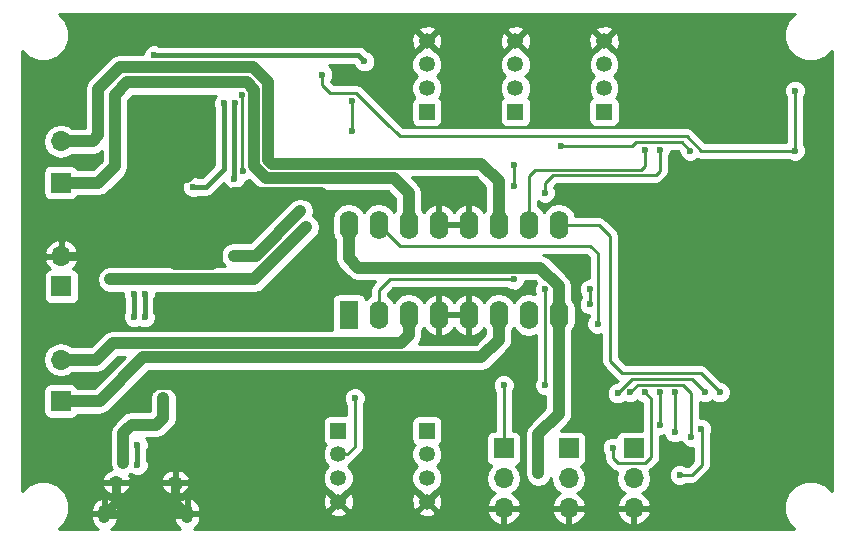
<source format=gbl>
G04 #@! TF.FileFunction,Copper,L2,Bot,Signal*
%FSLAX46Y46*%
G04 Gerber Fmt 4.6, Leading zero omitted, Abs format (unit mm)*
G04 Created by KiCad (PCBNEW 4.0.7) date 06/10/18 23:59:59*
%MOMM*%
%LPD*%
G01*
G04 APERTURE LIST*
%ADD10C,0.100000*%
%ADD11R,1.350000X1.350000*%
%ADD12C,1.350000*%
%ADD13R,1.700000X1.700000*%
%ADD14O,1.700000X1.700000*%
%ADD15R,1.600000X2.400000*%
%ADD16O,1.600000X2.400000*%
%ADD17O,1.250000X0.950000*%
%ADD18O,1.000000X1.550000*%
%ADD19C,0.600000*%
%ADD20C,1.000000*%
%ADD21C,0.750000*%
%ADD22C,0.400000*%
%ADD23C,0.250000*%
%ADD24C,0.254000*%
G04 APERTURE END LIST*
D10*
D11*
X135000000Y-116000000D03*
D12*
X135000000Y-118000000D03*
X135000000Y-120000000D03*
X135000000Y-122000000D03*
D11*
X127500000Y-116000000D03*
D12*
X127500000Y-118000000D03*
X127500000Y-120000000D03*
X127500000Y-122000000D03*
D13*
X104064000Y-103791000D03*
D14*
X104064000Y-101251000D03*
D15*
X128400000Y-106200000D03*
D16*
X146180000Y-98580000D03*
X130940000Y-106200000D03*
X143640000Y-98580000D03*
X133480000Y-106200000D03*
X141100000Y-98580000D03*
X136020000Y-106200000D03*
X138560000Y-98580000D03*
X138560000Y-106200000D03*
X136020000Y-98580000D03*
X141100000Y-106200000D03*
X133480000Y-98580000D03*
X143640000Y-106200000D03*
X130940000Y-98580000D03*
X146180000Y-106200000D03*
X128400000Y-98580000D03*
D13*
X152500000Y-117500000D03*
D14*
X152500000Y-120040000D03*
X152500000Y-122580000D03*
D13*
X141500000Y-117500000D03*
D14*
X141500000Y-120040000D03*
X141500000Y-122580000D03*
D13*
X104000000Y-95000000D03*
D14*
X104000000Y-91500000D03*
D13*
X104000000Y-113500000D03*
D14*
X104000000Y-110000000D03*
D17*
X108700000Y-120350000D03*
X113700000Y-120350000D03*
D18*
X107700000Y-123050000D03*
X114700000Y-123050000D03*
D11*
X150000000Y-89000000D03*
D12*
X150000000Y-87000000D03*
X150000000Y-85000000D03*
X150000000Y-83000000D03*
D11*
X142500000Y-89000000D03*
D12*
X142500000Y-87000000D03*
X142500000Y-85000000D03*
X142500000Y-83000000D03*
D11*
X135000000Y-89000000D03*
D12*
X135000000Y-87000000D03*
X135000000Y-85000000D03*
X135000000Y-83000000D03*
D13*
X147000000Y-117500000D03*
D14*
X147000000Y-120040000D03*
X147000000Y-122580000D03*
D19*
X112700000Y-113200000D03*
X109600000Y-115900000D03*
X109300000Y-118700000D03*
X115100000Y-89350000D03*
X168400000Y-95350000D03*
X161600000Y-101750000D03*
X168700000Y-109900000D03*
X152400000Y-96800000D03*
X126000000Y-95900000D03*
X112500000Y-118600000D03*
X116600000Y-111200000D03*
X111000000Y-113100000D03*
X108800000Y-96600000D03*
X113600000Y-102000000D03*
X117348000Y-99822000D03*
X115824000Y-93345000D03*
X111785400Y-97205800D03*
X111938000Y-84233000D03*
X129718000Y-84741000D03*
X124300000Y-97400000D03*
X118650000Y-101200000D03*
X156400000Y-119750000D03*
X158250000Y-115850000D03*
X150750000Y-117450000D03*
X153450000Y-112750000D03*
X154750000Y-112750000D03*
X154750000Y-115500000D03*
X148800000Y-104000000D03*
X148800000Y-105300000D03*
X157400000Y-116550000D03*
X152200000Y-112750000D03*
X128700000Y-88100000D03*
X128650000Y-90600000D03*
X159800000Y-112750000D03*
X146400000Y-91900000D03*
X157277000Y-92297500D03*
X154750000Y-92250000D03*
X145000000Y-95850000D03*
X145000000Y-104000000D03*
X145000000Y-112150000D03*
X128900000Y-113250000D03*
X151150000Y-112850000D03*
X158550000Y-112750000D03*
X156000000Y-116150000D03*
X156000000Y-112750000D03*
X153461280Y-92261280D03*
X149450000Y-106950000D03*
X142400000Y-93500000D03*
X142400000Y-95300000D03*
X142350000Y-103200000D03*
X119367500Y-87598500D03*
X119431000Y-94012000D03*
X110200000Y-106400000D03*
X110200000Y-104400000D03*
X111100000Y-104400000D03*
X111100000Y-106400000D03*
X110500000Y-117200000D03*
X110500000Y-118900000D03*
X141500000Y-112150000D03*
X166167000Y-87217500D03*
X166167000Y-92297500D03*
X126150000Y-85850000D03*
X115189000Y-95377000D03*
X117830600Y-88290400D03*
X118719800Y-88271600D03*
X118694200Y-94665800D03*
X144450000Y-119600000D03*
X108200000Y-103200000D03*
X124800000Y-98800000D03*
D20*
X112700000Y-113200000D02*
X112700000Y-114900000D01*
X112700000Y-114900000D02*
X112100000Y-115500000D01*
X112100000Y-115500000D02*
X110000000Y-115500000D01*
X110000000Y-115500000D02*
X109600000Y-115900000D01*
X109300000Y-116200000D02*
X109300000Y-118700000D01*
X109600000Y-115900000D02*
X109300000Y-116200000D01*
D21*
X115100000Y-89350000D02*
X115100000Y-92259700D01*
X112111900Y-93288100D02*
X108800000Y-96600000D01*
X114071600Y-93288100D02*
X112111900Y-93288100D01*
X115100000Y-92259700D02*
X114071600Y-93288100D01*
X104064000Y-101251000D02*
X107797800Y-101251000D01*
X108800000Y-100248800D02*
X108800000Y-96600000D01*
X107797800Y-101251000D02*
X108800000Y-100248800D01*
D20*
X111785400Y-97205800D02*
X111785400Y-95814600D01*
X114669000Y-94500000D02*
X115824000Y-93345000D01*
X113100000Y-94500000D02*
X114669000Y-94500000D01*
X111785400Y-95814600D02*
X113100000Y-94500000D01*
D21*
X168700000Y-109900000D02*
X168650000Y-109900000D01*
D20*
X126000000Y-95900000D02*
X118650000Y-95900000D01*
X117348000Y-97202000D02*
X117348000Y-99822000D01*
X118650000Y-95900000D02*
X117348000Y-97202000D01*
D21*
X112000000Y-112100000D02*
X111000000Y-113100000D01*
X113400000Y-112100000D02*
X112000000Y-112100000D01*
X114100000Y-112800000D02*
X113400000Y-112100000D01*
X114100000Y-117000000D02*
X114100000Y-112800000D01*
X112500000Y-118600000D02*
X114100000Y-117000000D01*
X116600000Y-111200000D02*
X111900000Y-111200000D01*
X111000000Y-112100000D02*
X111000000Y-113100000D01*
X111900000Y-111200000D02*
X111000000Y-112100000D01*
X104064000Y-101136000D02*
X104064000Y-101251000D01*
X113600000Y-102000000D02*
X116800000Y-102000000D01*
X116800000Y-102000000D02*
X117348000Y-101452000D01*
X117348000Y-101452000D02*
X117348000Y-99822000D01*
D20*
X113850000Y-120500000D02*
X113700000Y-120350000D01*
D21*
X113700000Y-120350000D02*
X113700000Y-122050000D01*
X113700000Y-122050000D02*
X114700000Y-123050000D01*
X107700000Y-123050000D02*
X114700000Y-123050000D01*
X108700000Y-120350000D02*
X108700000Y-122050000D01*
X108700000Y-122050000D02*
X107700000Y-123050000D01*
D20*
X111785400Y-97205800D02*
X111785400Y-98704400D01*
X111785400Y-98704400D02*
X112903000Y-99822000D01*
X112903000Y-99822000D02*
X117348000Y-99822000D01*
D22*
X129210000Y-84233000D02*
X111938000Y-84233000D01*
X129718000Y-84741000D02*
X129210000Y-84233000D01*
D20*
X124300000Y-97400000D02*
X120500000Y-101200000D01*
X120500000Y-101200000D02*
X118650000Y-101200000D01*
D23*
X157450000Y-119750000D02*
X156400000Y-119750000D01*
X158300000Y-118900000D02*
X157450000Y-119750000D01*
X158300000Y-115900000D02*
X158300000Y-118900000D01*
X158250000Y-115850000D02*
X158300000Y-115900000D01*
X150750000Y-118350000D02*
X150750000Y-117450000D01*
X151150000Y-118750000D02*
X150750000Y-118350000D01*
X153450000Y-118750000D02*
X151150000Y-118750000D01*
X154000000Y-118200000D02*
X153450000Y-118750000D01*
X154000000Y-113300000D02*
X154000000Y-118200000D01*
X153450000Y-112750000D02*
X154000000Y-113300000D01*
X154750000Y-112750000D02*
X154750000Y-115500000D01*
X148800000Y-105300000D02*
X148800000Y-104000000D01*
X152200000Y-112750000D02*
X152850000Y-112100000D01*
X157400000Y-112800000D02*
X157400000Y-116550000D01*
X156700000Y-112100000D02*
X157400000Y-112800000D01*
X152850000Y-112100000D02*
X156700000Y-112100000D01*
X128700000Y-88100000D02*
X128650000Y-88150000D01*
X128650000Y-88150000D02*
X128650000Y-90600000D01*
X149580000Y-98580000D02*
X146180000Y-98580000D01*
X150500000Y-99500000D02*
X149580000Y-98580000D01*
X150500000Y-110100000D02*
X150500000Y-99500000D01*
X151550000Y-111150000D02*
X150500000Y-110100000D01*
X158200000Y-111150000D02*
X151550000Y-111150000D01*
X159800000Y-112750000D02*
X158200000Y-111150000D01*
X152404000Y-91900000D02*
X146400000Y-91900000D01*
X152705000Y-91599000D02*
X152404000Y-91900000D01*
X156578500Y-91599000D02*
X152705000Y-91599000D01*
X157277000Y-92297500D02*
X156578500Y-91599000D01*
X154400000Y-94350000D02*
X154750000Y-94000000D01*
X145000000Y-95058114D02*
X145000000Y-95850000D01*
X145708114Y-94350000D02*
X145000000Y-95058114D01*
X154400000Y-94350000D02*
X145708114Y-94350000D01*
X154750000Y-94000000D02*
X154750000Y-92250000D01*
X145000000Y-112150000D02*
X145000000Y-104000000D01*
X128250000Y-118000000D02*
X127500000Y-118000000D01*
X128900000Y-117350000D02*
X128250000Y-118000000D01*
X128900000Y-113250000D02*
X128900000Y-117350000D01*
X152350000Y-111650000D02*
X151150000Y-112850000D01*
X157450000Y-111650000D02*
X152350000Y-111650000D01*
X158550000Y-112750000D02*
X157450000Y-111650000D01*
X156000000Y-112750000D02*
X156000000Y-116150000D01*
X153119998Y-93900000D02*
X144150000Y-93900000D01*
X153461280Y-92261280D02*
X153450000Y-92272560D01*
X153450000Y-92272560D02*
X153450000Y-93569998D01*
X153450000Y-93569998D02*
X153119998Y-93900000D01*
X143640000Y-94410000D02*
X143640000Y-98580000D01*
X144150000Y-93900000D02*
X143640000Y-94410000D01*
X132710000Y-100350000D02*
X130940000Y-98580000D01*
X148800000Y-100350000D02*
X132710000Y-100350000D01*
X149450000Y-101000000D02*
X148800000Y-100350000D01*
X149450000Y-106950000D02*
X149450000Y-101000000D01*
X130940000Y-106200000D02*
X130940000Y-104115002D01*
X142400000Y-95300000D02*
X142400000Y-93500000D01*
X131855002Y-103200000D02*
X142350000Y-103200000D01*
X130940000Y-104115002D02*
X131855002Y-103200000D01*
X119431000Y-94012000D02*
X119367500Y-93948500D01*
X119367500Y-93948500D02*
X119367500Y-87598500D01*
D22*
X110200000Y-104400000D02*
X110200000Y-106400000D01*
X111100000Y-104400000D02*
X111100000Y-106400000D01*
X110500000Y-117200000D02*
X110500000Y-118900000D01*
D20*
X104000000Y-110000000D02*
X107000000Y-110000000D01*
X133480000Y-107920000D02*
X133480000Y-106200000D01*
X132800000Y-108600000D02*
X133480000Y-107920000D01*
X108400000Y-108600000D02*
X132800000Y-108600000D01*
X107000000Y-110000000D02*
X108400000Y-108600000D01*
X107200000Y-91000000D02*
X107200000Y-87066000D01*
X104000000Y-91500000D02*
X106700000Y-91500000D01*
X106700000Y-91500000D02*
X107200000Y-91000000D01*
X120320000Y-85249000D02*
X121580002Y-86509002D01*
X109017000Y-85249000D02*
X120320000Y-85249000D01*
X107200000Y-87066000D02*
X109017000Y-85249000D01*
X141100000Y-98580000D02*
X141100000Y-94900000D01*
X139600000Y-93400000D02*
X141100000Y-94900000D01*
X121868774Y-93400000D02*
X139600000Y-93400000D01*
X121580002Y-93111228D02*
X121868774Y-93400000D01*
X121580002Y-86509002D02*
X121580002Y-93111228D01*
X104000000Y-113500000D02*
X107300000Y-113500000D01*
X141100000Y-108300000D02*
X141100000Y-106200000D01*
X139600000Y-109800000D02*
X141100000Y-108300000D01*
X111000000Y-109800000D02*
X139600000Y-109800000D01*
X107300000Y-113500000D02*
X111000000Y-109800000D01*
X120400000Y-93600000D02*
X120400000Y-87170500D01*
X133480000Y-95880000D02*
X132200000Y-94600000D01*
X132200000Y-94600000D02*
X121400000Y-94600000D01*
X121400000Y-94600000D02*
X120400000Y-93600000D01*
X108600000Y-93600000D02*
X107200000Y-95000000D01*
X104000000Y-95000000D02*
X107200000Y-95000000D01*
X133480000Y-95880000D02*
X133480000Y-98580000D01*
X108600000Y-87571000D02*
X108600000Y-93600000D01*
X109652000Y-86519000D02*
X108600000Y-87571000D01*
X119748500Y-86519000D02*
X109652000Y-86519000D01*
X120400000Y-87170500D02*
X119748500Y-86519000D01*
D23*
X141500000Y-117500000D02*
X141500000Y-112150000D01*
X166167000Y-92297500D02*
X166167000Y-87217500D01*
X157023000Y-91091000D02*
X158229500Y-92297500D01*
X166167000Y-92297500D02*
X158547000Y-92297500D01*
X157023000Y-91091000D02*
X132702500Y-91091000D01*
X129019500Y-87408000D02*
X132702500Y-91091000D01*
X158229500Y-92297500D02*
X158547000Y-92297500D01*
X126150000Y-85850000D02*
X126150000Y-86761000D01*
X126150000Y-86761000D02*
X126797000Y-87408000D01*
X126797000Y-87408000D02*
X129019500Y-87408000D01*
X129019500Y-87408000D02*
X131811500Y-90200000D01*
X131811500Y-90200000D02*
X131750000Y-90200000D01*
D22*
X117830600Y-93878400D02*
X117830600Y-88290400D01*
X116332000Y-95377000D02*
X117830600Y-93878400D01*
X115189000Y-95377000D02*
X116332000Y-95377000D01*
X118694200Y-94665800D02*
X118694200Y-88297200D01*
D20*
X146180000Y-106200000D02*
X146180000Y-114570000D01*
X144450000Y-116300000D02*
X144450000Y-119600000D01*
X146180000Y-114570000D02*
X144450000Y-116300000D01*
X120400000Y-103200000D02*
X108200000Y-103200000D01*
X124800000Y-98800000D02*
X120400000Y-103200000D01*
X128400000Y-98580000D02*
X128400000Y-101400000D01*
X146180000Y-103780000D02*
X146180000Y-106200000D01*
X144600000Y-102200000D02*
X146180000Y-103780000D01*
X129200000Y-102200000D02*
X144600000Y-102200000D01*
X128400000Y-101400000D02*
X129200000Y-102200000D01*
D24*
G36*
X165606364Y-81232321D02*
X165265389Y-82053481D01*
X165264613Y-82942619D01*
X165604155Y-83764372D01*
X166232321Y-84393636D01*
X167053481Y-84734611D01*
X167942619Y-84735387D01*
X168764372Y-84395845D01*
X169290000Y-83871134D01*
X169290000Y-121129598D01*
X168767679Y-120606364D01*
X167946519Y-120265389D01*
X167057381Y-120264613D01*
X166235628Y-120604155D01*
X165606364Y-121232321D01*
X165265389Y-122053481D01*
X165264613Y-122942619D01*
X165604155Y-123764372D01*
X166128866Y-124290000D01*
X115264840Y-124290000D01*
X115412763Y-124217368D01*
X115700002Y-123876678D01*
X115835000Y-123452000D01*
X115835000Y-123177000D01*
X114827000Y-123177000D01*
X114827000Y-123197000D01*
X114573000Y-123197000D01*
X114573000Y-123177000D01*
X113565000Y-123177000D01*
X113565000Y-123452000D01*
X113699998Y-123876678D01*
X113987237Y-124217368D01*
X114135160Y-124290000D01*
X108264840Y-124290000D01*
X108412763Y-124217368D01*
X108700002Y-123876678D01*
X108835000Y-123452000D01*
X108835000Y-123177000D01*
X107827000Y-123177000D01*
X107827000Y-123197000D01*
X107573000Y-123197000D01*
X107573000Y-123177000D01*
X106565000Y-123177000D01*
X106565000Y-123452000D01*
X106699998Y-123876678D01*
X106987237Y-124217368D01*
X107135160Y-124290000D01*
X103870402Y-124290000D01*
X104393636Y-123767679D01*
X104734611Y-122946519D01*
X104734871Y-122648000D01*
X106565000Y-122648000D01*
X106565000Y-122923000D01*
X107573000Y-122923000D01*
X107573000Y-121807046D01*
X107827000Y-121807046D01*
X107827000Y-122923000D01*
X108835000Y-122923000D01*
X108835000Y-122648000D01*
X113565000Y-122648000D01*
X113565000Y-122923000D01*
X114573000Y-122923000D01*
X114573000Y-121807046D01*
X114827000Y-121807046D01*
X114827000Y-122923000D01*
X115835000Y-122923000D01*
X115835000Y-122917147D01*
X126762458Y-122917147D01*
X126821219Y-123150328D01*
X127313100Y-123322522D01*
X127833434Y-123293375D01*
X128178781Y-123150328D01*
X128237542Y-122917147D01*
X134262458Y-122917147D01*
X134321219Y-123150328D01*
X134813100Y-123322522D01*
X135333434Y-123293375D01*
X135678781Y-123150328D01*
X135732566Y-122936890D01*
X140058524Y-122936890D01*
X140228355Y-123346924D01*
X140618642Y-123775183D01*
X141143108Y-124021486D01*
X141373000Y-123900819D01*
X141373000Y-122707000D01*
X141627000Y-122707000D01*
X141627000Y-123900819D01*
X141856892Y-124021486D01*
X142381358Y-123775183D01*
X142771645Y-123346924D01*
X142941476Y-122936890D01*
X145558524Y-122936890D01*
X145728355Y-123346924D01*
X146118642Y-123775183D01*
X146643108Y-124021486D01*
X146873000Y-123900819D01*
X146873000Y-122707000D01*
X147127000Y-122707000D01*
X147127000Y-123900819D01*
X147356892Y-124021486D01*
X147881358Y-123775183D01*
X148271645Y-123346924D01*
X148441476Y-122936890D01*
X151058524Y-122936890D01*
X151228355Y-123346924D01*
X151618642Y-123775183D01*
X152143108Y-124021486D01*
X152373000Y-123900819D01*
X152373000Y-122707000D01*
X152627000Y-122707000D01*
X152627000Y-123900819D01*
X152856892Y-124021486D01*
X153381358Y-123775183D01*
X153771645Y-123346924D01*
X153941476Y-122936890D01*
X153820155Y-122707000D01*
X152627000Y-122707000D01*
X152373000Y-122707000D01*
X151179845Y-122707000D01*
X151058524Y-122936890D01*
X148441476Y-122936890D01*
X148320155Y-122707000D01*
X147127000Y-122707000D01*
X146873000Y-122707000D01*
X145679845Y-122707000D01*
X145558524Y-122936890D01*
X142941476Y-122936890D01*
X142820155Y-122707000D01*
X141627000Y-122707000D01*
X141373000Y-122707000D01*
X140179845Y-122707000D01*
X140058524Y-122936890D01*
X135732566Y-122936890D01*
X135737542Y-122917147D01*
X135000000Y-122179605D01*
X134262458Y-122917147D01*
X128237542Y-122917147D01*
X127500000Y-122179605D01*
X126762458Y-122917147D01*
X115835000Y-122917147D01*
X115835000Y-122648000D01*
X115700002Y-122223322D01*
X115412763Y-121882632D01*
X115271154Y-121813100D01*
X126177478Y-121813100D01*
X126206625Y-122333434D01*
X126349672Y-122678781D01*
X126582853Y-122737542D01*
X127320395Y-122000000D01*
X127679605Y-122000000D01*
X128417147Y-122737542D01*
X128650328Y-122678781D01*
X128822522Y-122186900D01*
X128801584Y-121813100D01*
X133677478Y-121813100D01*
X133706625Y-122333434D01*
X133849672Y-122678781D01*
X134082853Y-122737542D01*
X134820395Y-122000000D01*
X135179605Y-122000000D01*
X135917147Y-122737542D01*
X136150328Y-122678781D01*
X136322522Y-122186900D01*
X136293375Y-121666566D01*
X136150328Y-121321219D01*
X135917147Y-121262458D01*
X135179605Y-122000000D01*
X134820395Y-122000000D01*
X134082853Y-121262458D01*
X133849672Y-121321219D01*
X133677478Y-121813100D01*
X128801584Y-121813100D01*
X128793375Y-121666566D01*
X128650328Y-121321219D01*
X128417147Y-121262458D01*
X127679605Y-122000000D01*
X127320395Y-122000000D01*
X126582853Y-121262458D01*
X126349672Y-121321219D01*
X126177478Y-121813100D01*
X115271154Y-121813100D01*
X115001874Y-121680881D01*
X114827000Y-121807046D01*
X114573000Y-121807046D01*
X114398126Y-121680881D01*
X113987237Y-121882632D01*
X113699998Y-122223322D01*
X113565000Y-122648000D01*
X108835000Y-122648000D01*
X108700002Y-122223322D01*
X108412763Y-121882632D01*
X108001874Y-121680881D01*
X107827000Y-121807046D01*
X107573000Y-121807046D01*
X107398126Y-121680881D01*
X106987237Y-121882632D01*
X106699998Y-122223322D01*
X106565000Y-122648000D01*
X104734871Y-122648000D01*
X104735387Y-122057381D01*
X104395845Y-121235628D01*
X103809181Y-120647938D01*
X107480732Y-120647938D01*
X107664448Y-121021821D01*
X107988951Y-121309568D01*
X108398869Y-121451229D01*
X108573000Y-121302563D01*
X108573000Y-120477000D01*
X108827000Y-120477000D01*
X108827000Y-121302563D01*
X109001131Y-121451229D01*
X109411049Y-121309568D01*
X109735552Y-121021821D01*
X109919268Y-120647938D01*
X112480732Y-120647938D01*
X112664448Y-121021821D01*
X112988951Y-121309568D01*
X113398869Y-121451229D01*
X113573000Y-121302563D01*
X113573000Y-120477000D01*
X113827000Y-120477000D01*
X113827000Y-121302563D01*
X114001131Y-121451229D01*
X114411049Y-121309568D01*
X114735552Y-121021821D01*
X114919268Y-120647938D01*
X114792734Y-120477000D01*
X113827000Y-120477000D01*
X113573000Y-120477000D01*
X112607266Y-120477000D01*
X112480732Y-120647938D01*
X109919268Y-120647938D01*
X109792734Y-120477000D01*
X108827000Y-120477000D01*
X108573000Y-120477000D01*
X107607266Y-120477000D01*
X107480732Y-120647938D01*
X103809181Y-120647938D01*
X103767679Y-120606364D01*
X102946519Y-120265389D01*
X102057381Y-120264613D01*
X101235628Y-120604155D01*
X100710000Y-121128866D01*
X100710000Y-120052062D01*
X107480732Y-120052062D01*
X107607266Y-120223000D01*
X108573000Y-120223000D01*
X108573000Y-120203000D01*
X108827000Y-120203000D01*
X108827000Y-120223000D01*
X109792734Y-120223000D01*
X109919268Y-120052062D01*
X112480732Y-120052062D01*
X112607266Y-120223000D01*
X113573000Y-120223000D01*
X113573000Y-119397437D01*
X113827000Y-119397437D01*
X113827000Y-120223000D01*
X114792734Y-120223000D01*
X114919268Y-120052062D01*
X114735552Y-119678179D01*
X114411049Y-119390432D01*
X114001131Y-119248771D01*
X113827000Y-119397437D01*
X113573000Y-119397437D01*
X113398869Y-119248771D01*
X112988951Y-119390432D01*
X112664448Y-119678179D01*
X112480732Y-120052062D01*
X109919268Y-120052062D01*
X109761305Y-119730589D01*
X109909293Y-119631707D01*
X109969673Y-119692192D01*
X110313201Y-119834838D01*
X110685167Y-119835162D01*
X111028943Y-119693117D01*
X111292192Y-119430327D01*
X111434838Y-119086799D01*
X111435162Y-118714833D01*
X111335000Y-118472422D01*
X111335000Y-117627234D01*
X111434838Y-117386799D01*
X111435162Y-117014833D01*
X111293117Y-116671057D01*
X111257123Y-116635000D01*
X112100000Y-116635000D01*
X112534346Y-116548603D01*
X112902566Y-116302566D01*
X113502566Y-115702566D01*
X113528869Y-115663201D01*
X113748603Y-115334346D01*
X113750462Y-115325000D01*
X126177560Y-115325000D01*
X126177560Y-116675000D01*
X126221838Y-116910317D01*
X126360910Y-117126441D01*
X126455858Y-117191316D01*
X126390084Y-117256976D01*
X126190228Y-117738282D01*
X126189774Y-118259432D01*
X126388789Y-118741086D01*
X126647380Y-119000129D01*
X126390084Y-119256976D01*
X126190228Y-119738282D01*
X126189774Y-120259432D01*
X126388789Y-120741086D01*
X126756976Y-121109916D01*
X126812631Y-121133026D01*
X127500000Y-121820395D01*
X128186721Y-121133674D01*
X128241086Y-121111211D01*
X128609916Y-120743024D01*
X128809772Y-120261718D01*
X128810226Y-119740568D01*
X128611211Y-119258914D01*
X128352620Y-118999871D01*
X128609916Y-118743024D01*
X128659932Y-118622573D01*
X128787401Y-118537401D01*
X129437401Y-117887401D01*
X129602148Y-117640839D01*
X129660000Y-117350000D01*
X129660000Y-115325000D01*
X133677560Y-115325000D01*
X133677560Y-116675000D01*
X133721838Y-116910317D01*
X133860910Y-117126441D01*
X133955858Y-117191316D01*
X133890084Y-117256976D01*
X133690228Y-117738282D01*
X133689774Y-118259432D01*
X133888789Y-118741086D01*
X134147380Y-119000129D01*
X133890084Y-119256976D01*
X133690228Y-119738282D01*
X133689774Y-120259432D01*
X133888789Y-120741086D01*
X134256976Y-121109916D01*
X134312631Y-121133026D01*
X135000000Y-121820395D01*
X135686721Y-121133674D01*
X135741086Y-121111211D01*
X136109916Y-120743024D01*
X136309772Y-120261718D01*
X136309965Y-120040000D01*
X139985907Y-120040000D01*
X140098946Y-120608285D01*
X140420853Y-121090054D01*
X140761553Y-121317702D01*
X140618642Y-121384817D01*
X140228355Y-121813076D01*
X140058524Y-122223110D01*
X140179845Y-122453000D01*
X141373000Y-122453000D01*
X141373000Y-122433000D01*
X141627000Y-122433000D01*
X141627000Y-122453000D01*
X142820155Y-122453000D01*
X142941476Y-122223110D01*
X142771645Y-121813076D01*
X142381358Y-121384817D01*
X142238447Y-121317702D01*
X142579147Y-121090054D01*
X142901054Y-120608285D01*
X143014093Y-120040000D01*
X142901054Y-119471715D01*
X142579147Y-118989946D01*
X142537548Y-118962150D01*
X142585317Y-118953162D01*
X142801441Y-118814090D01*
X142946431Y-118601890D01*
X142997440Y-118350000D01*
X142997440Y-116650000D01*
X142953162Y-116414683D01*
X142814090Y-116198559D01*
X142601890Y-116053569D01*
X142350000Y-116002560D01*
X142260000Y-116002560D01*
X142260000Y-112712463D01*
X142292192Y-112680327D01*
X142434838Y-112336799D01*
X142435162Y-111964833D01*
X142293117Y-111621057D01*
X142030327Y-111357808D01*
X141686799Y-111215162D01*
X141314833Y-111214838D01*
X140971057Y-111356883D01*
X140707808Y-111619673D01*
X140565162Y-111963201D01*
X140564838Y-112335167D01*
X140706883Y-112678943D01*
X140740000Y-112712118D01*
X140740000Y-116002560D01*
X140650000Y-116002560D01*
X140414683Y-116046838D01*
X140198559Y-116185910D01*
X140053569Y-116398110D01*
X140002560Y-116650000D01*
X140002560Y-118350000D01*
X140046838Y-118585317D01*
X140185910Y-118801441D01*
X140398110Y-118946431D01*
X140465541Y-118960086D01*
X140420853Y-118989946D01*
X140098946Y-119471715D01*
X139985907Y-120040000D01*
X136309965Y-120040000D01*
X136310226Y-119740568D01*
X136111211Y-119258914D01*
X135852620Y-118999871D01*
X136109916Y-118743024D01*
X136309772Y-118261718D01*
X136310226Y-117740568D01*
X136111211Y-117258914D01*
X136044337Y-117191923D01*
X136126441Y-117139090D01*
X136271431Y-116926890D01*
X136322440Y-116675000D01*
X136322440Y-115325000D01*
X136278162Y-115089683D01*
X136139090Y-114873559D01*
X135926890Y-114728569D01*
X135675000Y-114677560D01*
X134325000Y-114677560D01*
X134089683Y-114721838D01*
X133873559Y-114860910D01*
X133728569Y-115073110D01*
X133677560Y-115325000D01*
X129660000Y-115325000D01*
X129660000Y-113812463D01*
X129692192Y-113780327D01*
X129834838Y-113436799D01*
X129835162Y-113064833D01*
X129693117Y-112721057D01*
X129430327Y-112457808D01*
X129086799Y-112315162D01*
X128714833Y-112314838D01*
X128371057Y-112456883D01*
X128107808Y-112719673D01*
X127965162Y-113063201D01*
X127964838Y-113435167D01*
X128106883Y-113778943D01*
X128140000Y-113812118D01*
X128140000Y-114677560D01*
X126825000Y-114677560D01*
X126589683Y-114721838D01*
X126373559Y-114860910D01*
X126228569Y-115073110D01*
X126177560Y-115325000D01*
X113750462Y-115325000D01*
X113835000Y-114900000D01*
X113835000Y-113200000D01*
X113748603Y-112765654D01*
X113502566Y-112397434D01*
X113134346Y-112151397D01*
X112700000Y-112065000D01*
X112265654Y-112151397D01*
X111897434Y-112397434D01*
X111651397Y-112765654D01*
X111565000Y-113200000D01*
X111565000Y-114365000D01*
X110000000Y-114365000D01*
X109565654Y-114451397D01*
X109197434Y-114697434D01*
X108497434Y-115397434D01*
X108251397Y-115765654D01*
X108165000Y-116200000D01*
X108165000Y-118700000D01*
X108251397Y-119134346D01*
X108341176Y-119268709D01*
X107988951Y-119390432D01*
X107664448Y-119678179D01*
X107480732Y-120052062D01*
X100710000Y-120052062D01*
X100710000Y-102941000D01*
X102566560Y-102941000D01*
X102566560Y-104641000D01*
X102610838Y-104876317D01*
X102749910Y-105092441D01*
X102962110Y-105237431D01*
X103214000Y-105288440D01*
X104914000Y-105288440D01*
X105149317Y-105244162D01*
X105365441Y-105105090D01*
X105510431Y-104892890D01*
X105561440Y-104641000D01*
X105561440Y-103200000D01*
X107065000Y-103200000D01*
X107151397Y-103634346D01*
X107397434Y-104002566D01*
X107765654Y-104248603D01*
X108200000Y-104335000D01*
X109265056Y-104335000D01*
X109264838Y-104585167D01*
X109365000Y-104827578D01*
X109365000Y-105972766D01*
X109265162Y-106213201D01*
X109264838Y-106585167D01*
X109406883Y-106928943D01*
X109669673Y-107192192D01*
X110013201Y-107334838D01*
X110385167Y-107335162D01*
X110650228Y-107225641D01*
X110913201Y-107334838D01*
X111285167Y-107335162D01*
X111628943Y-107193117D01*
X111892192Y-106930327D01*
X112034838Y-106586799D01*
X112035162Y-106214833D01*
X111935000Y-105972422D01*
X111935000Y-104827234D01*
X112034838Y-104586799D01*
X112035057Y-104335000D01*
X120400000Y-104335000D01*
X120834346Y-104248603D01*
X121202566Y-104002566D01*
X125602566Y-99602566D01*
X125848604Y-99234345D01*
X125935000Y-98800000D01*
X125848604Y-98365654D01*
X125602566Y-97997434D01*
X125349763Y-97828516D01*
X125435000Y-97400000D01*
X125348604Y-96965654D01*
X125102567Y-96597433D01*
X124734346Y-96351396D01*
X124300000Y-96265000D01*
X123865655Y-96351396D01*
X123497434Y-96597433D01*
X120029868Y-100065000D01*
X118650000Y-100065000D01*
X118215654Y-100151397D01*
X117847434Y-100397434D01*
X117601397Y-100765654D01*
X117515000Y-101200000D01*
X117601397Y-101634346D01*
X117847434Y-102002566D01*
X117940873Y-102065000D01*
X108200000Y-102065000D01*
X107765654Y-102151397D01*
X107397434Y-102397434D01*
X107151397Y-102765654D01*
X107065000Y-103200000D01*
X105561440Y-103200000D01*
X105561440Y-102941000D01*
X105517162Y-102705683D01*
X105378090Y-102489559D01*
X105165890Y-102344569D01*
X105057893Y-102322699D01*
X105335645Y-102017924D01*
X105505476Y-101607890D01*
X105384155Y-101378000D01*
X104191000Y-101378000D01*
X104191000Y-101398000D01*
X103937000Y-101398000D01*
X103937000Y-101378000D01*
X102743845Y-101378000D01*
X102622524Y-101607890D01*
X102792355Y-102017924D01*
X103068501Y-102320937D01*
X102978683Y-102337838D01*
X102762559Y-102476910D01*
X102617569Y-102689110D01*
X102566560Y-102941000D01*
X100710000Y-102941000D01*
X100710000Y-100894110D01*
X102622524Y-100894110D01*
X102743845Y-101124000D01*
X103937000Y-101124000D01*
X103937000Y-99930181D01*
X104191000Y-99930181D01*
X104191000Y-101124000D01*
X105384155Y-101124000D01*
X105505476Y-100894110D01*
X105335645Y-100484076D01*
X104945358Y-100055817D01*
X104420892Y-99809514D01*
X104191000Y-99930181D01*
X103937000Y-99930181D01*
X103707108Y-99809514D01*
X103182642Y-100055817D01*
X102792355Y-100484076D01*
X102622524Y-100894110D01*
X100710000Y-100894110D01*
X100710000Y-91500000D01*
X102485907Y-91500000D01*
X102598946Y-92068285D01*
X102920853Y-92550054D01*
X103402622Y-92871961D01*
X103970907Y-92985000D01*
X104029093Y-92985000D01*
X104597378Y-92871961D01*
X104952016Y-92635000D01*
X106700000Y-92635000D01*
X107134346Y-92548603D01*
X107465000Y-92327667D01*
X107465000Y-93129868D01*
X106729868Y-93865000D01*
X105421192Y-93865000D01*
X105314090Y-93698559D01*
X105101890Y-93553569D01*
X104850000Y-93502560D01*
X103150000Y-93502560D01*
X102914683Y-93546838D01*
X102698559Y-93685910D01*
X102553569Y-93898110D01*
X102502560Y-94150000D01*
X102502560Y-95850000D01*
X102546838Y-96085317D01*
X102685910Y-96301441D01*
X102898110Y-96446431D01*
X103150000Y-96497440D01*
X104850000Y-96497440D01*
X105085317Y-96453162D01*
X105301441Y-96314090D01*
X105423808Y-96135000D01*
X107200000Y-96135000D01*
X107634346Y-96048603D01*
X108002566Y-95802566D01*
X109402566Y-94402566D01*
X109433703Y-94355966D01*
X109648603Y-94034346D01*
X109735000Y-93600000D01*
X109735000Y-88041132D01*
X110122132Y-87654000D01*
X117144666Y-87654000D01*
X117038408Y-87760073D01*
X116895762Y-88103601D01*
X116895438Y-88475567D01*
X116995600Y-88717978D01*
X116995600Y-93532532D01*
X115986132Y-94542000D01*
X115616234Y-94542000D01*
X115375799Y-94442162D01*
X115003833Y-94441838D01*
X114660057Y-94583883D01*
X114396808Y-94846673D01*
X114254162Y-95190201D01*
X114253838Y-95562167D01*
X114395883Y-95905943D01*
X114658673Y-96169192D01*
X115002201Y-96311838D01*
X115374167Y-96312162D01*
X115616578Y-96212000D01*
X116332000Y-96212000D01*
X116651541Y-96148439D01*
X116922434Y-95967434D01*
X117840865Y-95049003D01*
X117901083Y-95194743D01*
X118163873Y-95457992D01*
X118507401Y-95600638D01*
X118879367Y-95600962D01*
X119223143Y-95458917D01*
X119486392Y-95196127D01*
X119589781Y-94947139D01*
X119616167Y-94947162D01*
X119959943Y-94805117D01*
X119979981Y-94785114D01*
X120597434Y-95402567D01*
X120965655Y-95648604D01*
X121400000Y-95735000D01*
X131729868Y-95735000D01*
X132345000Y-96350132D01*
X132345000Y-97309396D01*
X132210000Y-97511438D01*
X131954698Y-97129352D01*
X131489151Y-96818283D01*
X130940000Y-96709050D01*
X130390849Y-96818283D01*
X129925302Y-97129352D01*
X129670000Y-97511438D01*
X129414698Y-97129352D01*
X128949151Y-96818283D01*
X128400000Y-96709050D01*
X127850849Y-96818283D01*
X127385302Y-97129352D01*
X127074233Y-97594899D01*
X126965000Y-98144050D01*
X126965000Y-99015950D01*
X127074233Y-99565101D01*
X127265000Y-99850604D01*
X127265000Y-101400000D01*
X127351397Y-101834346D01*
X127457485Y-101993117D01*
X127597434Y-102202566D01*
X128397434Y-103002566D01*
X128765654Y-103248603D01*
X129200000Y-103335000D01*
X130645200Y-103335000D01*
X130402599Y-103577601D01*
X130237852Y-103824163D01*
X130180000Y-104115002D01*
X130180000Y-104579168D01*
X129925302Y-104749352D01*
X129827749Y-104895350D01*
X129803162Y-104764683D01*
X129664090Y-104548559D01*
X129451890Y-104403569D01*
X129200000Y-104352560D01*
X127600000Y-104352560D01*
X127364683Y-104396838D01*
X127148559Y-104535910D01*
X127003569Y-104748110D01*
X126952560Y-105000000D01*
X126952560Y-107400000D01*
X126964791Y-107465000D01*
X108400000Y-107465000D01*
X107965654Y-107551397D01*
X107678725Y-107743117D01*
X107597434Y-107797434D01*
X106529868Y-108865000D01*
X104952016Y-108865000D01*
X104597378Y-108628039D01*
X104029093Y-108515000D01*
X103970907Y-108515000D01*
X103402622Y-108628039D01*
X102920853Y-108949946D01*
X102598946Y-109431715D01*
X102485907Y-110000000D01*
X102598946Y-110568285D01*
X102920853Y-111050054D01*
X103402622Y-111371961D01*
X103970907Y-111485000D01*
X104029093Y-111485000D01*
X104597378Y-111371961D01*
X104952016Y-111135000D01*
X107000000Y-111135000D01*
X107434346Y-111048603D01*
X107802566Y-110802566D01*
X108870132Y-109735000D01*
X109459868Y-109735000D01*
X106829868Y-112365000D01*
X105421192Y-112365000D01*
X105314090Y-112198559D01*
X105101890Y-112053569D01*
X104850000Y-112002560D01*
X103150000Y-112002560D01*
X102914683Y-112046838D01*
X102698559Y-112185910D01*
X102553569Y-112398110D01*
X102502560Y-112650000D01*
X102502560Y-114350000D01*
X102546838Y-114585317D01*
X102685910Y-114801441D01*
X102898110Y-114946431D01*
X103150000Y-114997440D01*
X104850000Y-114997440D01*
X105085317Y-114953162D01*
X105301441Y-114814090D01*
X105423808Y-114635000D01*
X107300000Y-114635000D01*
X107734346Y-114548603D01*
X108102566Y-114302566D01*
X111470132Y-110935000D01*
X139600000Y-110935000D01*
X140034346Y-110848603D01*
X140402566Y-110602566D01*
X141902566Y-109102566D01*
X142148603Y-108734346D01*
X142175326Y-108600000D01*
X142235000Y-108300000D01*
X142235000Y-107470604D01*
X142370000Y-107268562D01*
X142625302Y-107650648D01*
X143090849Y-107961717D01*
X143640000Y-108070950D01*
X144189151Y-107961717D01*
X144240000Y-107927741D01*
X144240000Y-111587537D01*
X144207808Y-111619673D01*
X144065162Y-111963201D01*
X144064838Y-112335167D01*
X144206883Y-112678943D01*
X144469673Y-112942192D01*
X144813201Y-113084838D01*
X145045000Y-113085040D01*
X145045000Y-114099867D01*
X143647434Y-115497434D01*
X143401397Y-115865654D01*
X143315000Y-116300000D01*
X143315000Y-119600000D01*
X143401397Y-120034346D01*
X143647434Y-120402566D01*
X144015654Y-120648603D01*
X144450000Y-120735000D01*
X144884346Y-120648603D01*
X145252566Y-120402566D01*
X145487953Y-120050285D01*
X145598946Y-120608285D01*
X145920853Y-121090054D01*
X146261553Y-121317702D01*
X146118642Y-121384817D01*
X145728355Y-121813076D01*
X145558524Y-122223110D01*
X145679845Y-122453000D01*
X146873000Y-122453000D01*
X146873000Y-122433000D01*
X147127000Y-122433000D01*
X147127000Y-122453000D01*
X148320155Y-122453000D01*
X148441476Y-122223110D01*
X148271645Y-121813076D01*
X147881358Y-121384817D01*
X147738447Y-121317702D01*
X148079147Y-121090054D01*
X148401054Y-120608285D01*
X148514093Y-120040000D01*
X148401054Y-119471715D01*
X148079147Y-118989946D01*
X148037548Y-118962150D01*
X148085317Y-118953162D01*
X148301441Y-118814090D01*
X148446431Y-118601890D01*
X148497440Y-118350000D01*
X148497440Y-116650000D01*
X148453162Y-116414683D01*
X148314090Y-116198559D01*
X148101890Y-116053569D01*
X147850000Y-116002560D01*
X146352573Y-116002560D01*
X146982566Y-115372567D01*
X147228603Y-115004346D01*
X147257134Y-114860910D01*
X147315000Y-114570000D01*
X147315000Y-107470604D01*
X147505767Y-107185101D01*
X147615000Y-106635950D01*
X147615000Y-105764050D01*
X147505767Y-105214899D01*
X147315000Y-104929396D01*
X147315000Y-103780000D01*
X147228603Y-103345654D01*
X146982566Y-102977434D01*
X145402566Y-101397434D01*
X145107085Y-101200000D01*
X145034346Y-101151397D01*
X144826230Y-101110000D01*
X148485198Y-101110000D01*
X148690000Y-101314802D01*
X148690000Y-103064903D01*
X148614833Y-103064838D01*
X148271057Y-103206883D01*
X148007808Y-103469673D01*
X147865162Y-103813201D01*
X147864838Y-104185167D01*
X148006883Y-104528943D01*
X148040000Y-104562118D01*
X148040000Y-104737537D01*
X148007808Y-104769673D01*
X147865162Y-105113201D01*
X147864838Y-105485167D01*
X148006883Y-105828943D01*
X148269673Y-106092192D01*
X148613201Y-106234838D01*
X148690000Y-106234905D01*
X148690000Y-106387537D01*
X148657808Y-106419673D01*
X148515162Y-106763201D01*
X148514838Y-107135167D01*
X148656883Y-107478943D01*
X148919673Y-107742192D01*
X149263201Y-107884838D01*
X149635167Y-107885162D01*
X149740000Y-107841846D01*
X149740000Y-110100000D01*
X149797852Y-110390839D01*
X149962599Y-110637401D01*
X151012599Y-111687401D01*
X151147595Y-111777603D01*
X151010320Y-111914878D01*
X150964833Y-111914838D01*
X150621057Y-112056883D01*
X150357808Y-112319673D01*
X150215162Y-112663201D01*
X150214838Y-113035167D01*
X150356883Y-113378943D01*
X150619673Y-113642192D01*
X150963201Y-113784838D01*
X151335167Y-113785162D01*
X151678943Y-113643117D01*
X151747621Y-113574559D01*
X152013201Y-113684838D01*
X152385167Y-113685162D01*
X152728943Y-113543117D01*
X152824937Y-113447290D01*
X152919673Y-113542192D01*
X153240000Y-113675204D01*
X153240000Y-116002560D01*
X151650000Y-116002560D01*
X151414683Y-116046838D01*
X151198559Y-116185910D01*
X151053569Y-116398110D01*
X151022647Y-116550809D01*
X150936799Y-116515162D01*
X150564833Y-116514838D01*
X150221057Y-116656883D01*
X149957808Y-116919673D01*
X149815162Y-117263201D01*
X149814838Y-117635167D01*
X149956883Y-117978943D01*
X149990000Y-118012118D01*
X149990000Y-118350000D01*
X150047852Y-118640839D01*
X150212599Y-118887401D01*
X150612599Y-119287401D01*
X150859160Y-119452148D01*
X150894417Y-119459161D01*
X151093564Y-119498774D01*
X150985907Y-120040000D01*
X151098946Y-120608285D01*
X151420853Y-121090054D01*
X151761553Y-121317702D01*
X151618642Y-121384817D01*
X151228355Y-121813076D01*
X151058524Y-122223110D01*
X151179845Y-122453000D01*
X152373000Y-122453000D01*
X152373000Y-122433000D01*
X152627000Y-122433000D01*
X152627000Y-122453000D01*
X153820155Y-122453000D01*
X153941476Y-122223110D01*
X153771645Y-121813076D01*
X153381358Y-121384817D01*
X153238447Y-121317702D01*
X153579147Y-121090054D01*
X153901054Y-120608285D01*
X154014093Y-120040000D01*
X153901054Y-119471715D01*
X153842564Y-119384178D01*
X153987401Y-119287401D01*
X154537401Y-118737401D01*
X154702148Y-118490840D01*
X154711746Y-118442586D01*
X154760000Y-118200000D01*
X154760000Y-116435009D01*
X154935167Y-116435162D01*
X155081220Y-116374814D01*
X155206883Y-116678943D01*
X155469673Y-116942192D01*
X155813201Y-117084838D01*
X156185167Y-117085162D01*
X156528943Y-116943117D01*
X156544390Y-116927697D01*
X156606883Y-117078943D01*
X156869673Y-117342192D01*
X157213201Y-117484838D01*
X157540000Y-117485123D01*
X157540000Y-118585198D01*
X157135198Y-118990000D01*
X156962463Y-118990000D01*
X156930327Y-118957808D01*
X156586799Y-118815162D01*
X156214833Y-118814838D01*
X155871057Y-118956883D01*
X155607808Y-119219673D01*
X155465162Y-119563201D01*
X155464838Y-119935167D01*
X155606883Y-120278943D01*
X155869673Y-120542192D01*
X156213201Y-120684838D01*
X156585167Y-120685162D01*
X156928943Y-120543117D01*
X156962118Y-120510000D01*
X157450000Y-120510000D01*
X157740839Y-120452148D01*
X157987401Y-120287401D01*
X158837401Y-119437401D01*
X159002148Y-119190839D01*
X159060000Y-118900000D01*
X159060000Y-116337441D01*
X159184838Y-116036799D01*
X159185162Y-115664833D01*
X159043117Y-115321057D01*
X158780327Y-115057808D01*
X158436799Y-114915162D01*
X158160000Y-114914921D01*
X158160000Y-113600461D01*
X158363201Y-113684838D01*
X158735167Y-113685162D01*
X159078943Y-113543117D01*
X159174937Y-113447290D01*
X159269673Y-113542192D01*
X159613201Y-113684838D01*
X159985167Y-113685162D01*
X160328943Y-113543117D01*
X160592192Y-113280327D01*
X160734838Y-112936799D01*
X160735162Y-112564833D01*
X160593117Y-112221057D01*
X160330327Y-111957808D01*
X159986799Y-111815162D01*
X159939923Y-111815121D01*
X158737401Y-110612599D01*
X158490839Y-110447852D01*
X158200000Y-110390000D01*
X151864802Y-110390000D01*
X151260000Y-109785198D01*
X151260000Y-99500000D01*
X151211746Y-99257414D01*
X151202148Y-99209160D01*
X151037401Y-98962599D01*
X150117401Y-98042599D01*
X149870839Y-97877852D01*
X149580000Y-97820000D01*
X147550542Y-97820000D01*
X147505767Y-97594899D01*
X147194698Y-97129352D01*
X146729151Y-96818283D01*
X146180000Y-96709050D01*
X145630849Y-96818283D01*
X145165302Y-97129352D01*
X144910000Y-97511438D01*
X144654698Y-97129352D01*
X144400000Y-96959168D01*
X144400000Y-96572397D01*
X144469673Y-96642192D01*
X144813201Y-96784838D01*
X145185167Y-96785162D01*
X145528943Y-96643117D01*
X145792192Y-96380327D01*
X145934838Y-96036799D01*
X145935162Y-95664833D01*
X145798597Y-95334319D01*
X146022916Y-95110000D01*
X154400000Y-95110000D01*
X154690839Y-95052148D01*
X154937401Y-94887401D01*
X155287401Y-94537401D01*
X155452148Y-94290839D01*
X155510000Y-94000000D01*
X155510000Y-92812463D01*
X155542192Y-92780327D01*
X155684838Y-92436799D01*
X155684906Y-92359000D01*
X156263698Y-92359000D01*
X156341878Y-92437180D01*
X156341838Y-92482667D01*
X156483883Y-92826443D01*
X156746673Y-93089692D01*
X157090201Y-93232338D01*
X157462167Y-93232662D01*
X157805943Y-93090617D01*
X157913747Y-92983001D01*
X157938661Y-92999648D01*
X158229500Y-93057500D01*
X165604537Y-93057500D01*
X165636673Y-93089692D01*
X165980201Y-93232338D01*
X166352167Y-93232662D01*
X166695943Y-93090617D01*
X166959192Y-92827827D01*
X167101838Y-92484299D01*
X167102162Y-92112333D01*
X166960117Y-91768557D01*
X166927000Y-91735382D01*
X166927000Y-87779963D01*
X166959192Y-87747827D01*
X167101838Y-87404299D01*
X167102162Y-87032333D01*
X166960117Y-86688557D01*
X166697327Y-86425308D01*
X166353799Y-86282662D01*
X165981833Y-86282338D01*
X165638057Y-86424383D01*
X165374808Y-86687173D01*
X165232162Y-87030701D01*
X165231838Y-87402667D01*
X165373883Y-87746443D01*
X165407000Y-87779618D01*
X165407000Y-91537500D01*
X158544302Y-91537500D01*
X157560401Y-90553599D01*
X157313839Y-90388852D01*
X157023000Y-90331000D01*
X133017302Y-90331000D01*
X131011302Y-88325000D01*
X133677560Y-88325000D01*
X133677560Y-89675000D01*
X133721838Y-89910317D01*
X133860910Y-90126441D01*
X134073110Y-90271431D01*
X134325000Y-90322440D01*
X135675000Y-90322440D01*
X135910317Y-90278162D01*
X136126441Y-90139090D01*
X136271431Y-89926890D01*
X136322440Y-89675000D01*
X136322440Y-88325000D01*
X141177560Y-88325000D01*
X141177560Y-89675000D01*
X141221838Y-89910317D01*
X141360910Y-90126441D01*
X141573110Y-90271431D01*
X141825000Y-90322440D01*
X143175000Y-90322440D01*
X143410317Y-90278162D01*
X143626441Y-90139090D01*
X143771431Y-89926890D01*
X143822440Y-89675000D01*
X143822440Y-88325000D01*
X148677560Y-88325000D01*
X148677560Y-89675000D01*
X148721838Y-89910317D01*
X148860910Y-90126441D01*
X149073110Y-90271431D01*
X149325000Y-90322440D01*
X150675000Y-90322440D01*
X150910317Y-90278162D01*
X151126441Y-90139090D01*
X151271431Y-89926890D01*
X151322440Y-89675000D01*
X151322440Y-88325000D01*
X151278162Y-88089683D01*
X151139090Y-87873559D01*
X151044142Y-87808684D01*
X151109916Y-87743024D01*
X151309772Y-87261718D01*
X151310226Y-86740568D01*
X151111211Y-86258914D01*
X150852620Y-85999871D01*
X151109916Y-85743024D01*
X151309772Y-85261718D01*
X151310226Y-84740568D01*
X151111211Y-84258914D01*
X150743024Y-83890084D01*
X150687369Y-83866974D01*
X150000000Y-83179605D01*
X149313279Y-83866326D01*
X149258914Y-83888789D01*
X148890084Y-84256976D01*
X148690228Y-84738282D01*
X148689774Y-85259432D01*
X148888789Y-85741086D01*
X149147380Y-86000129D01*
X148890084Y-86256976D01*
X148690228Y-86738282D01*
X148689774Y-87259432D01*
X148888789Y-87741086D01*
X148955663Y-87808077D01*
X148873559Y-87860910D01*
X148728569Y-88073110D01*
X148677560Y-88325000D01*
X143822440Y-88325000D01*
X143778162Y-88089683D01*
X143639090Y-87873559D01*
X143544142Y-87808684D01*
X143609916Y-87743024D01*
X143809772Y-87261718D01*
X143810226Y-86740568D01*
X143611211Y-86258914D01*
X143352620Y-85999871D01*
X143609916Y-85743024D01*
X143809772Y-85261718D01*
X143810226Y-84740568D01*
X143611211Y-84258914D01*
X143243024Y-83890084D01*
X143187369Y-83866974D01*
X142500000Y-83179605D01*
X141813279Y-83866326D01*
X141758914Y-83888789D01*
X141390084Y-84256976D01*
X141190228Y-84738282D01*
X141189774Y-85259432D01*
X141388789Y-85741086D01*
X141647380Y-86000129D01*
X141390084Y-86256976D01*
X141190228Y-86738282D01*
X141189774Y-87259432D01*
X141388789Y-87741086D01*
X141455663Y-87808077D01*
X141373559Y-87860910D01*
X141228569Y-88073110D01*
X141177560Y-88325000D01*
X136322440Y-88325000D01*
X136278162Y-88089683D01*
X136139090Y-87873559D01*
X136044142Y-87808684D01*
X136109916Y-87743024D01*
X136309772Y-87261718D01*
X136310226Y-86740568D01*
X136111211Y-86258914D01*
X135852620Y-85999871D01*
X136109916Y-85743024D01*
X136309772Y-85261718D01*
X136310226Y-84740568D01*
X136111211Y-84258914D01*
X135743024Y-83890084D01*
X135687369Y-83866974D01*
X135000000Y-83179605D01*
X134313279Y-83866326D01*
X134258914Y-83888789D01*
X133890084Y-84256976D01*
X133690228Y-84738282D01*
X133689774Y-85259432D01*
X133888789Y-85741086D01*
X134147380Y-86000129D01*
X133890084Y-86256976D01*
X133690228Y-86738282D01*
X133689774Y-87259432D01*
X133888789Y-87741086D01*
X133955663Y-87808077D01*
X133873559Y-87860910D01*
X133728569Y-88073110D01*
X133677560Y-88325000D01*
X131011302Y-88325000D01*
X129556901Y-86870599D01*
X129310339Y-86705852D01*
X129019500Y-86648000D01*
X127111802Y-86648000D01*
X126910000Y-86446198D01*
X126910000Y-86412463D01*
X126942192Y-86380327D01*
X127084838Y-86036799D01*
X127085162Y-85664833D01*
X126943117Y-85321057D01*
X126690501Y-85068000D01*
X128841442Y-85068000D01*
X128924883Y-85269943D01*
X129187673Y-85533192D01*
X129531201Y-85675838D01*
X129903167Y-85676162D01*
X130246943Y-85534117D01*
X130510192Y-85271327D01*
X130652838Y-84927799D01*
X130653162Y-84555833D01*
X130511117Y-84212057D01*
X130248327Y-83948808D01*
X130006091Y-83848222D01*
X129800434Y-83642566D01*
X129529541Y-83461561D01*
X129210000Y-83398000D01*
X112365234Y-83398000D01*
X112124799Y-83298162D01*
X111752833Y-83297838D01*
X111409057Y-83439883D01*
X111145808Y-83702673D01*
X111003162Y-84046201D01*
X111003103Y-84114000D01*
X109017000Y-84114000D01*
X108582654Y-84200397D01*
X108293452Y-84393636D01*
X108214434Y-84446434D01*
X106397434Y-86263434D01*
X106151397Y-86631654D01*
X106065000Y-87066000D01*
X106065000Y-90365000D01*
X104952016Y-90365000D01*
X104597378Y-90128039D01*
X104029093Y-90015000D01*
X103970907Y-90015000D01*
X103402622Y-90128039D01*
X102920853Y-90449946D01*
X102598946Y-90931715D01*
X102485907Y-91500000D01*
X100710000Y-91500000D01*
X100710000Y-83870402D01*
X101232321Y-84393636D01*
X102053481Y-84734611D01*
X102942619Y-84735387D01*
X103764372Y-84395845D01*
X104393636Y-83767679D01*
X104734611Y-82946519D01*
X104734727Y-82813100D01*
X133677478Y-82813100D01*
X133706625Y-83333434D01*
X133849672Y-83678781D01*
X134082853Y-83737542D01*
X134820395Y-83000000D01*
X135179605Y-83000000D01*
X135917147Y-83737542D01*
X136150328Y-83678781D01*
X136322522Y-83186900D01*
X136301584Y-82813100D01*
X141177478Y-82813100D01*
X141206625Y-83333434D01*
X141349672Y-83678781D01*
X141582853Y-83737542D01*
X142320395Y-83000000D01*
X142679605Y-83000000D01*
X143417147Y-83737542D01*
X143650328Y-83678781D01*
X143822522Y-83186900D01*
X143801584Y-82813100D01*
X148677478Y-82813100D01*
X148706625Y-83333434D01*
X148849672Y-83678781D01*
X149082853Y-83737542D01*
X149820395Y-83000000D01*
X150179605Y-83000000D01*
X150917147Y-83737542D01*
X151150328Y-83678781D01*
X151322522Y-83186900D01*
X151293375Y-82666566D01*
X151150328Y-82321219D01*
X150917147Y-82262458D01*
X150179605Y-83000000D01*
X149820395Y-83000000D01*
X149082853Y-82262458D01*
X148849672Y-82321219D01*
X148677478Y-82813100D01*
X143801584Y-82813100D01*
X143793375Y-82666566D01*
X143650328Y-82321219D01*
X143417147Y-82262458D01*
X142679605Y-83000000D01*
X142320395Y-83000000D01*
X141582853Y-82262458D01*
X141349672Y-82321219D01*
X141177478Y-82813100D01*
X136301584Y-82813100D01*
X136293375Y-82666566D01*
X136150328Y-82321219D01*
X135917147Y-82262458D01*
X135179605Y-83000000D01*
X134820395Y-83000000D01*
X134082853Y-82262458D01*
X133849672Y-82321219D01*
X133677478Y-82813100D01*
X104734727Y-82813100D01*
X104735364Y-82082853D01*
X134262458Y-82082853D01*
X135000000Y-82820395D01*
X135737542Y-82082853D01*
X141762458Y-82082853D01*
X142500000Y-82820395D01*
X143237542Y-82082853D01*
X149262458Y-82082853D01*
X150000000Y-82820395D01*
X150737542Y-82082853D01*
X150678781Y-81849672D01*
X150186900Y-81677478D01*
X149666566Y-81706625D01*
X149321219Y-81849672D01*
X149262458Y-82082853D01*
X143237542Y-82082853D01*
X143178781Y-81849672D01*
X142686900Y-81677478D01*
X142166566Y-81706625D01*
X141821219Y-81849672D01*
X141762458Y-82082853D01*
X135737542Y-82082853D01*
X135678781Y-81849672D01*
X135186900Y-81677478D01*
X134666566Y-81706625D01*
X134321219Y-81849672D01*
X134262458Y-82082853D01*
X104735364Y-82082853D01*
X104735387Y-82057381D01*
X104395845Y-81235628D01*
X103871134Y-80710000D01*
X166129598Y-80710000D01*
X165606364Y-81232321D01*
X165606364Y-81232321D01*
G37*
X165606364Y-81232321D02*
X165265389Y-82053481D01*
X165264613Y-82942619D01*
X165604155Y-83764372D01*
X166232321Y-84393636D01*
X167053481Y-84734611D01*
X167942619Y-84735387D01*
X168764372Y-84395845D01*
X169290000Y-83871134D01*
X169290000Y-121129598D01*
X168767679Y-120606364D01*
X167946519Y-120265389D01*
X167057381Y-120264613D01*
X166235628Y-120604155D01*
X165606364Y-121232321D01*
X165265389Y-122053481D01*
X165264613Y-122942619D01*
X165604155Y-123764372D01*
X166128866Y-124290000D01*
X115264840Y-124290000D01*
X115412763Y-124217368D01*
X115700002Y-123876678D01*
X115835000Y-123452000D01*
X115835000Y-123177000D01*
X114827000Y-123177000D01*
X114827000Y-123197000D01*
X114573000Y-123197000D01*
X114573000Y-123177000D01*
X113565000Y-123177000D01*
X113565000Y-123452000D01*
X113699998Y-123876678D01*
X113987237Y-124217368D01*
X114135160Y-124290000D01*
X108264840Y-124290000D01*
X108412763Y-124217368D01*
X108700002Y-123876678D01*
X108835000Y-123452000D01*
X108835000Y-123177000D01*
X107827000Y-123177000D01*
X107827000Y-123197000D01*
X107573000Y-123197000D01*
X107573000Y-123177000D01*
X106565000Y-123177000D01*
X106565000Y-123452000D01*
X106699998Y-123876678D01*
X106987237Y-124217368D01*
X107135160Y-124290000D01*
X103870402Y-124290000D01*
X104393636Y-123767679D01*
X104734611Y-122946519D01*
X104734871Y-122648000D01*
X106565000Y-122648000D01*
X106565000Y-122923000D01*
X107573000Y-122923000D01*
X107573000Y-121807046D01*
X107827000Y-121807046D01*
X107827000Y-122923000D01*
X108835000Y-122923000D01*
X108835000Y-122648000D01*
X113565000Y-122648000D01*
X113565000Y-122923000D01*
X114573000Y-122923000D01*
X114573000Y-121807046D01*
X114827000Y-121807046D01*
X114827000Y-122923000D01*
X115835000Y-122923000D01*
X115835000Y-122917147D01*
X126762458Y-122917147D01*
X126821219Y-123150328D01*
X127313100Y-123322522D01*
X127833434Y-123293375D01*
X128178781Y-123150328D01*
X128237542Y-122917147D01*
X134262458Y-122917147D01*
X134321219Y-123150328D01*
X134813100Y-123322522D01*
X135333434Y-123293375D01*
X135678781Y-123150328D01*
X135732566Y-122936890D01*
X140058524Y-122936890D01*
X140228355Y-123346924D01*
X140618642Y-123775183D01*
X141143108Y-124021486D01*
X141373000Y-123900819D01*
X141373000Y-122707000D01*
X141627000Y-122707000D01*
X141627000Y-123900819D01*
X141856892Y-124021486D01*
X142381358Y-123775183D01*
X142771645Y-123346924D01*
X142941476Y-122936890D01*
X145558524Y-122936890D01*
X145728355Y-123346924D01*
X146118642Y-123775183D01*
X146643108Y-124021486D01*
X146873000Y-123900819D01*
X146873000Y-122707000D01*
X147127000Y-122707000D01*
X147127000Y-123900819D01*
X147356892Y-124021486D01*
X147881358Y-123775183D01*
X148271645Y-123346924D01*
X148441476Y-122936890D01*
X151058524Y-122936890D01*
X151228355Y-123346924D01*
X151618642Y-123775183D01*
X152143108Y-124021486D01*
X152373000Y-123900819D01*
X152373000Y-122707000D01*
X152627000Y-122707000D01*
X152627000Y-123900819D01*
X152856892Y-124021486D01*
X153381358Y-123775183D01*
X153771645Y-123346924D01*
X153941476Y-122936890D01*
X153820155Y-122707000D01*
X152627000Y-122707000D01*
X152373000Y-122707000D01*
X151179845Y-122707000D01*
X151058524Y-122936890D01*
X148441476Y-122936890D01*
X148320155Y-122707000D01*
X147127000Y-122707000D01*
X146873000Y-122707000D01*
X145679845Y-122707000D01*
X145558524Y-122936890D01*
X142941476Y-122936890D01*
X142820155Y-122707000D01*
X141627000Y-122707000D01*
X141373000Y-122707000D01*
X140179845Y-122707000D01*
X140058524Y-122936890D01*
X135732566Y-122936890D01*
X135737542Y-122917147D01*
X135000000Y-122179605D01*
X134262458Y-122917147D01*
X128237542Y-122917147D01*
X127500000Y-122179605D01*
X126762458Y-122917147D01*
X115835000Y-122917147D01*
X115835000Y-122648000D01*
X115700002Y-122223322D01*
X115412763Y-121882632D01*
X115271154Y-121813100D01*
X126177478Y-121813100D01*
X126206625Y-122333434D01*
X126349672Y-122678781D01*
X126582853Y-122737542D01*
X127320395Y-122000000D01*
X127679605Y-122000000D01*
X128417147Y-122737542D01*
X128650328Y-122678781D01*
X128822522Y-122186900D01*
X128801584Y-121813100D01*
X133677478Y-121813100D01*
X133706625Y-122333434D01*
X133849672Y-122678781D01*
X134082853Y-122737542D01*
X134820395Y-122000000D01*
X135179605Y-122000000D01*
X135917147Y-122737542D01*
X136150328Y-122678781D01*
X136322522Y-122186900D01*
X136293375Y-121666566D01*
X136150328Y-121321219D01*
X135917147Y-121262458D01*
X135179605Y-122000000D01*
X134820395Y-122000000D01*
X134082853Y-121262458D01*
X133849672Y-121321219D01*
X133677478Y-121813100D01*
X128801584Y-121813100D01*
X128793375Y-121666566D01*
X128650328Y-121321219D01*
X128417147Y-121262458D01*
X127679605Y-122000000D01*
X127320395Y-122000000D01*
X126582853Y-121262458D01*
X126349672Y-121321219D01*
X126177478Y-121813100D01*
X115271154Y-121813100D01*
X115001874Y-121680881D01*
X114827000Y-121807046D01*
X114573000Y-121807046D01*
X114398126Y-121680881D01*
X113987237Y-121882632D01*
X113699998Y-122223322D01*
X113565000Y-122648000D01*
X108835000Y-122648000D01*
X108700002Y-122223322D01*
X108412763Y-121882632D01*
X108001874Y-121680881D01*
X107827000Y-121807046D01*
X107573000Y-121807046D01*
X107398126Y-121680881D01*
X106987237Y-121882632D01*
X106699998Y-122223322D01*
X106565000Y-122648000D01*
X104734871Y-122648000D01*
X104735387Y-122057381D01*
X104395845Y-121235628D01*
X103809181Y-120647938D01*
X107480732Y-120647938D01*
X107664448Y-121021821D01*
X107988951Y-121309568D01*
X108398869Y-121451229D01*
X108573000Y-121302563D01*
X108573000Y-120477000D01*
X108827000Y-120477000D01*
X108827000Y-121302563D01*
X109001131Y-121451229D01*
X109411049Y-121309568D01*
X109735552Y-121021821D01*
X109919268Y-120647938D01*
X112480732Y-120647938D01*
X112664448Y-121021821D01*
X112988951Y-121309568D01*
X113398869Y-121451229D01*
X113573000Y-121302563D01*
X113573000Y-120477000D01*
X113827000Y-120477000D01*
X113827000Y-121302563D01*
X114001131Y-121451229D01*
X114411049Y-121309568D01*
X114735552Y-121021821D01*
X114919268Y-120647938D01*
X114792734Y-120477000D01*
X113827000Y-120477000D01*
X113573000Y-120477000D01*
X112607266Y-120477000D01*
X112480732Y-120647938D01*
X109919268Y-120647938D01*
X109792734Y-120477000D01*
X108827000Y-120477000D01*
X108573000Y-120477000D01*
X107607266Y-120477000D01*
X107480732Y-120647938D01*
X103809181Y-120647938D01*
X103767679Y-120606364D01*
X102946519Y-120265389D01*
X102057381Y-120264613D01*
X101235628Y-120604155D01*
X100710000Y-121128866D01*
X100710000Y-120052062D01*
X107480732Y-120052062D01*
X107607266Y-120223000D01*
X108573000Y-120223000D01*
X108573000Y-120203000D01*
X108827000Y-120203000D01*
X108827000Y-120223000D01*
X109792734Y-120223000D01*
X109919268Y-120052062D01*
X112480732Y-120052062D01*
X112607266Y-120223000D01*
X113573000Y-120223000D01*
X113573000Y-119397437D01*
X113827000Y-119397437D01*
X113827000Y-120223000D01*
X114792734Y-120223000D01*
X114919268Y-120052062D01*
X114735552Y-119678179D01*
X114411049Y-119390432D01*
X114001131Y-119248771D01*
X113827000Y-119397437D01*
X113573000Y-119397437D01*
X113398869Y-119248771D01*
X112988951Y-119390432D01*
X112664448Y-119678179D01*
X112480732Y-120052062D01*
X109919268Y-120052062D01*
X109761305Y-119730589D01*
X109909293Y-119631707D01*
X109969673Y-119692192D01*
X110313201Y-119834838D01*
X110685167Y-119835162D01*
X111028943Y-119693117D01*
X111292192Y-119430327D01*
X111434838Y-119086799D01*
X111435162Y-118714833D01*
X111335000Y-118472422D01*
X111335000Y-117627234D01*
X111434838Y-117386799D01*
X111435162Y-117014833D01*
X111293117Y-116671057D01*
X111257123Y-116635000D01*
X112100000Y-116635000D01*
X112534346Y-116548603D01*
X112902566Y-116302566D01*
X113502566Y-115702566D01*
X113528869Y-115663201D01*
X113748603Y-115334346D01*
X113750462Y-115325000D01*
X126177560Y-115325000D01*
X126177560Y-116675000D01*
X126221838Y-116910317D01*
X126360910Y-117126441D01*
X126455858Y-117191316D01*
X126390084Y-117256976D01*
X126190228Y-117738282D01*
X126189774Y-118259432D01*
X126388789Y-118741086D01*
X126647380Y-119000129D01*
X126390084Y-119256976D01*
X126190228Y-119738282D01*
X126189774Y-120259432D01*
X126388789Y-120741086D01*
X126756976Y-121109916D01*
X126812631Y-121133026D01*
X127500000Y-121820395D01*
X128186721Y-121133674D01*
X128241086Y-121111211D01*
X128609916Y-120743024D01*
X128809772Y-120261718D01*
X128810226Y-119740568D01*
X128611211Y-119258914D01*
X128352620Y-118999871D01*
X128609916Y-118743024D01*
X128659932Y-118622573D01*
X128787401Y-118537401D01*
X129437401Y-117887401D01*
X129602148Y-117640839D01*
X129660000Y-117350000D01*
X129660000Y-115325000D01*
X133677560Y-115325000D01*
X133677560Y-116675000D01*
X133721838Y-116910317D01*
X133860910Y-117126441D01*
X133955858Y-117191316D01*
X133890084Y-117256976D01*
X133690228Y-117738282D01*
X133689774Y-118259432D01*
X133888789Y-118741086D01*
X134147380Y-119000129D01*
X133890084Y-119256976D01*
X133690228Y-119738282D01*
X133689774Y-120259432D01*
X133888789Y-120741086D01*
X134256976Y-121109916D01*
X134312631Y-121133026D01*
X135000000Y-121820395D01*
X135686721Y-121133674D01*
X135741086Y-121111211D01*
X136109916Y-120743024D01*
X136309772Y-120261718D01*
X136309965Y-120040000D01*
X139985907Y-120040000D01*
X140098946Y-120608285D01*
X140420853Y-121090054D01*
X140761553Y-121317702D01*
X140618642Y-121384817D01*
X140228355Y-121813076D01*
X140058524Y-122223110D01*
X140179845Y-122453000D01*
X141373000Y-122453000D01*
X141373000Y-122433000D01*
X141627000Y-122433000D01*
X141627000Y-122453000D01*
X142820155Y-122453000D01*
X142941476Y-122223110D01*
X142771645Y-121813076D01*
X142381358Y-121384817D01*
X142238447Y-121317702D01*
X142579147Y-121090054D01*
X142901054Y-120608285D01*
X143014093Y-120040000D01*
X142901054Y-119471715D01*
X142579147Y-118989946D01*
X142537548Y-118962150D01*
X142585317Y-118953162D01*
X142801441Y-118814090D01*
X142946431Y-118601890D01*
X142997440Y-118350000D01*
X142997440Y-116650000D01*
X142953162Y-116414683D01*
X142814090Y-116198559D01*
X142601890Y-116053569D01*
X142350000Y-116002560D01*
X142260000Y-116002560D01*
X142260000Y-112712463D01*
X142292192Y-112680327D01*
X142434838Y-112336799D01*
X142435162Y-111964833D01*
X142293117Y-111621057D01*
X142030327Y-111357808D01*
X141686799Y-111215162D01*
X141314833Y-111214838D01*
X140971057Y-111356883D01*
X140707808Y-111619673D01*
X140565162Y-111963201D01*
X140564838Y-112335167D01*
X140706883Y-112678943D01*
X140740000Y-112712118D01*
X140740000Y-116002560D01*
X140650000Y-116002560D01*
X140414683Y-116046838D01*
X140198559Y-116185910D01*
X140053569Y-116398110D01*
X140002560Y-116650000D01*
X140002560Y-118350000D01*
X140046838Y-118585317D01*
X140185910Y-118801441D01*
X140398110Y-118946431D01*
X140465541Y-118960086D01*
X140420853Y-118989946D01*
X140098946Y-119471715D01*
X139985907Y-120040000D01*
X136309965Y-120040000D01*
X136310226Y-119740568D01*
X136111211Y-119258914D01*
X135852620Y-118999871D01*
X136109916Y-118743024D01*
X136309772Y-118261718D01*
X136310226Y-117740568D01*
X136111211Y-117258914D01*
X136044337Y-117191923D01*
X136126441Y-117139090D01*
X136271431Y-116926890D01*
X136322440Y-116675000D01*
X136322440Y-115325000D01*
X136278162Y-115089683D01*
X136139090Y-114873559D01*
X135926890Y-114728569D01*
X135675000Y-114677560D01*
X134325000Y-114677560D01*
X134089683Y-114721838D01*
X133873559Y-114860910D01*
X133728569Y-115073110D01*
X133677560Y-115325000D01*
X129660000Y-115325000D01*
X129660000Y-113812463D01*
X129692192Y-113780327D01*
X129834838Y-113436799D01*
X129835162Y-113064833D01*
X129693117Y-112721057D01*
X129430327Y-112457808D01*
X129086799Y-112315162D01*
X128714833Y-112314838D01*
X128371057Y-112456883D01*
X128107808Y-112719673D01*
X127965162Y-113063201D01*
X127964838Y-113435167D01*
X128106883Y-113778943D01*
X128140000Y-113812118D01*
X128140000Y-114677560D01*
X126825000Y-114677560D01*
X126589683Y-114721838D01*
X126373559Y-114860910D01*
X126228569Y-115073110D01*
X126177560Y-115325000D01*
X113750462Y-115325000D01*
X113835000Y-114900000D01*
X113835000Y-113200000D01*
X113748603Y-112765654D01*
X113502566Y-112397434D01*
X113134346Y-112151397D01*
X112700000Y-112065000D01*
X112265654Y-112151397D01*
X111897434Y-112397434D01*
X111651397Y-112765654D01*
X111565000Y-113200000D01*
X111565000Y-114365000D01*
X110000000Y-114365000D01*
X109565654Y-114451397D01*
X109197434Y-114697434D01*
X108497434Y-115397434D01*
X108251397Y-115765654D01*
X108165000Y-116200000D01*
X108165000Y-118700000D01*
X108251397Y-119134346D01*
X108341176Y-119268709D01*
X107988951Y-119390432D01*
X107664448Y-119678179D01*
X107480732Y-120052062D01*
X100710000Y-120052062D01*
X100710000Y-102941000D01*
X102566560Y-102941000D01*
X102566560Y-104641000D01*
X102610838Y-104876317D01*
X102749910Y-105092441D01*
X102962110Y-105237431D01*
X103214000Y-105288440D01*
X104914000Y-105288440D01*
X105149317Y-105244162D01*
X105365441Y-105105090D01*
X105510431Y-104892890D01*
X105561440Y-104641000D01*
X105561440Y-103200000D01*
X107065000Y-103200000D01*
X107151397Y-103634346D01*
X107397434Y-104002566D01*
X107765654Y-104248603D01*
X108200000Y-104335000D01*
X109265056Y-104335000D01*
X109264838Y-104585167D01*
X109365000Y-104827578D01*
X109365000Y-105972766D01*
X109265162Y-106213201D01*
X109264838Y-106585167D01*
X109406883Y-106928943D01*
X109669673Y-107192192D01*
X110013201Y-107334838D01*
X110385167Y-107335162D01*
X110650228Y-107225641D01*
X110913201Y-107334838D01*
X111285167Y-107335162D01*
X111628943Y-107193117D01*
X111892192Y-106930327D01*
X112034838Y-106586799D01*
X112035162Y-106214833D01*
X111935000Y-105972422D01*
X111935000Y-104827234D01*
X112034838Y-104586799D01*
X112035057Y-104335000D01*
X120400000Y-104335000D01*
X120834346Y-104248603D01*
X121202566Y-104002566D01*
X125602566Y-99602566D01*
X125848604Y-99234345D01*
X125935000Y-98800000D01*
X125848604Y-98365654D01*
X125602566Y-97997434D01*
X125349763Y-97828516D01*
X125435000Y-97400000D01*
X125348604Y-96965654D01*
X125102567Y-96597433D01*
X124734346Y-96351396D01*
X124300000Y-96265000D01*
X123865655Y-96351396D01*
X123497434Y-96597433D01*
X120029868Y-100065000D01*
X118650000Y-100065000D01*
X118215654Y-100151397D01*
X117847434Y-100397434D01*
X117601397Y-100765654D01*
X117515000Y-101200000D01*
X117601397Y-101634346D01*
X117847434Y-102002566D01*
X117940873Y-102065000D01*
X108200000Y-102065000D01*
X107765654Y-102151397D01*
X107397434Y-102397434D01*
X107151397Y-102765654D01*
X107065000Y-103200000D01*
X105561440Y-103200000D01*
X105561440Y-102941000D01*
X105517162Y-102705683D01*
X105378090Y-102489559D01*
X105165890Y-102344569D01*
X105057893Y-102322699D01*
X105335645Y-102017924D01*
X105505476Y-101607890D01*
X105384155Y-101378000D01*
X104191000Y-101378000D01*
X104191000Y-101398000D01*
X103937000Y-101398000D01*
X103937000Y-101378000D01*
X102743845Y-101378000D01*
X102622524Y-101607890D01*
X102792355Y-102017924D01*
X103068501Y-102320937D01*
X102978683Y-102337838D01*
X102762559Y-102476910D01*
X102617569Y-102689110D01*
X102566560Y-102941000D01*
X100710000Y-102941000D01*
X100710000Y-100894110D01*
X102622524Y-100894110D01*
X102743845Y-101124000D01*
X103937000Y-101124000D01*
X103937000Y-99930181D01*
X104191000Y-99930181D01*
X104191000Y-101124000D01*
X105384155Y-101124000D01*
X105505476Y-100894110D01*
X105335645Y-100484076D01*
X104945358Y-100055817D01*
X104420892Y-99809514D01*
X104191000Y-99930181D01*
X103937000Y-99930181D01*
X103707108Y-99809514D01*
X103182642Y-100055817D01*
X102792355Y-100484076D01*
X102622524Y-100894110D01*
X100710000Y-100894110D01*
X100710000Y-91500000D01*
X102485907Y-91500000D01*
X102598946Y-92068285D01*
X102920853Y-92550054D01*
X103402622Y-92871961D01*
X103970907Y-92985000D01*
X104029093Y-92985000D01*
X104597378Y-92871961D01*
X104952016Y-92635000D01*
X106700000Y-92635000D01*
X107134346Y-92548603D01*
X107465000Y-92327667D01*
X107465000Y-93129868D01*
X106729868Y-93865000D01*
X105421192Y-93865000D01*
X105314090Y-93698559D01*
X105101890Y-93553569D01*
X104850000Y-93502560D01*
X103150000Y-93502560D01*
X102914683Y-93546838D01*
X102698559Y-93685910D01*
X102553569Y-93898110D01*
X102502560Y-94150000D01*
X102502560Y-95850000D01*
X102546838Y-96085317D01*
X102685910Y-96301441D01*
X102898110Y-96446431D01*
X103150000Y-96497440D01*
X104850000Y-96497440D01*
X105085317Y-96453162D01*
X105301441Y-96314090D01*
X105423808Y-96135000D01*
X107200000Y-96135000D01*
X107634346Y-96048603D01*
X108002566Y-95802566D01*
X109402566Y-94402566D01*
X109433703Y-94355966D01*
X109648603Y-94034346D01*
X109735000Y-93600000D01*
X109735000Y-88041132D01*
X110122132Y-87654000D01*
X117144666Y-87654000D01*
X117038408Y-87760073D01*
X116895762Y-88103601D01*
X116895438Y-88475567D01*
X116995600Y-88717978D01*
X116995600Y-93532532D01*
X115986132Y-94542000D01*
X115616234Y-94542000D01*
X115375799Y-94442162D01*
X115003833Y-94441838D01*
X114660057Y-94583883D01*
X114396808Y-94846673D01*
X114254162Y-95190201D01*
X114253838Y-95562167D01*
X114395883Y-95905943D01*
X114658673Y-96169192D01*
X115002201Y-96311838D01*
X115374167Y-96312162D01*
X115616578Y-96212000D01*
X116332000Y-96212000D01*
X116651541Y-96148439D01*
X116922434Y-95967434D01*
X117840865Y-95049003D01*
X117901083Y-95194743D01*
X118163873Y-95457992D01*
X118507401Y-95600638D01*
X118879367Y-95600962D01*
X119223143Y-95458917D01*
X119486392Y-95196127D01*
X119589781Y-94947139D01*
X119616167Y-94947162D01*
X119959943Y-94805117D01*
X119979981Y-94785114D01*
X120597434Y-95402567D01*
X120965655Y-95648604D01*
X121400000Y-95735000D01*
X131729868Y-95735000D01*
X132345000Y-96350132D01*
X132345000Y-97309396D01*
X132210000Y-97511438D01*
X131954698Y-97129352D01*
X131489151Y-96818283D01*
X130940000Y-96709050D01*
X130390849Y-96818283D01*
X129925302Y-97129352D01*
X129670000Y-97511438D01*
X129414698Y-97129352D01*
X128949151Y-96818283D01*
X128400000Y-96709050D01*
X127850849Y-96818283D01*
X127385302Y-97129352D01*
X127074233Y-97594899D01*
X126965000Y-98144050D01*
X126965000Y-99015950D01*
X127074233Y-99565101D01*
X127265000Y-99850604D01*
X127265000Y-101400000D01*
X127351397Y-101834346D01*
X127457485Y-101993117D01*
X127597434Y-102202566D01*
X128397434Y-103002566D01*
X128765654Y-103248603D01*
X129200000Y-103335000D01*
X130645200Y-103335000D01*
X130402599Y-103577601D01*
X130237852Y-103824163D01*
X130180000Y-104115002D01*
X130180000Y-104579168D01*
X129925302Y-104749352D01*
X129827749Y-104895350D01*
X129803162Y-104764683D01*
X129664090Y-104548559D01*
X129451890Y-104403569D01*
X129200000Y-104352560D01*
X127600000Y-104352560D01*
X127364683Y-104396838D01*
X127148559Y-104535910D01*
X127003569Y-104748110D01*
X126952560Y-105000000D01*
X126952560Y-107400000D01*
X126964791Y-107465000D01*
X108400000Y-107465000D01*
X107965654Y-107551397D01*
X107678725Y-107743117D01*
X107597434Y-107797434D01*
X106529868Y-108865000D01*
X104952016Y-108865000D01*
X104597378Y-108628039D01*
X104029093Y-108515000D01*
X103970907Y-108515000D01*
X103402622Y-108628039D01*
X102920853Y-108949946D01*
X102598946Y-109431715D01*
X102485907Y-110000000D01*
X102598946Y-110568285D01*
X102920853Y-111050054D01*
X103402622Y-111371961D01*
X103970907Y-111485000D01*
X104029093Y-111485000D01*
X104597378Y-111371961D01*
X104952016Y-111135000D01*
X107000000Y-111135000D01*
X107434346Y-111048603D01*
X107802566Y-110802566D01*
X108870132Y-109735000D01*
X109459868Y-109735000D01*
X106829868Y-112365000D01*
X105421192Y-112365000D01*
X105314090Y-112198559D01*
X105101890Y-112053569D01*
X104850000Y-112002560D01*
X103150000Y-112002560D01*
X102914683Y-112046838D01*
X102698559Y-112185910D01*
X102553569Y-112398110D01*
X102502560Y-112650000D01*
X102502560Y-114350000D01*
X102546838Y-114585317D01*
X102685910Y-114801441D01*
X102898110Y-114946431D01*
X103150000Y-114997440D01*
X104850000Y-114997440D01*
X105085317Y-114953162D01*
X105301441Y-114814090D01*
X105423808Y-114635000D01*
X107300000Y-114635000D01*
X107734346Y-114548603D01*
X108102566Y-114302566D01*
X111470132Y-110935000D01*
X139600000Y-110935000D01*
X140034346Y-110848603D01*
X140402566Y-110602566D01*
X141902566Y-109102566D01*
X142148603Y-108734346D01*
X142175326Y-108600000D01*
X142235000Y-108300000D01*
X142235000Y-107470604D01*
X142370000Y-107268562D01*
X142625302Y-107650648D01*
X143090849Y-107961717D01*
X143640000Y-108070950D01*
X144189151Y-107961717D01*
X144240000Y-107927741D01*
X144240000Y-111587537D01*
X144207808Y-111619673D01*
X144065162Y-111963201D01*
X144064838Y-112335167D01*
X144206883Y-112678943D01*
X144469673Y-112942192D01*
X144813201Y-113084838D01*
X145045000Y-113085040D01*
X145045000Y-114099867D01*
X143647434Y-115497434D01*
X143401397Y-115865654D01*
X143315000Y-116300000D01*
X143315000Y-119600000D01*
X143401397Y-120034346D01*
X143647434Y-120402566D01*
X144015654Y-120648603D01*
X144450000Y-120735000D01*
X144884346Y-120648603D01*
X145252566Y-120402566D01*
X145487953Y-120050285D01*
X145598946Y-120608285D01*
X145920853Y-121090054D01*
X146261553Y-121317702D01*
X146118642Y-121384817D01*
X145728355Y-121813076D01*
X145558524Y-122223110D01*
X145679845Y-122453000D01*
X146873000Y-122453000D01*
X146873000Y-122433000D01*
X147127000Y-122433000D01*
X147127000Y-122453000D01*
X148320155Y-122453000D01*
X148441476Y-122223110D01*
X148271645Y-121813076D01*
X147881358Y-121384817D01*
X147738447Y-121317702D01*
X148079147Y-121090054D01*
X148401054Y-120608285D01*
X148514093Y-120040000D01*
X148401054Y-119471715D01*
X148079147Y-118989946D01*
X148037548Y-118962150D01*
X148085317Y-118953162D01*
X148301441Y-118814090D01*
X148446431Y-118601890D01*
X148497440Y-118350000D01*
X148497440Y-116650000D01*
X148453162Y-116414683D01*
X148314090Y-116198559D01*
X148101890Y-116053569D01*
X147850000Y-116002560D01*
X146352573Y-116002560D01*
X146982566Y-115372567D01*
X147228603Y-115004346D01*
X147257134Y-114860910D01*
X147315000Y-114570000D01*
X147315000Y-107470604D01*
X147505767Y-107185101D01*
X147615000Y-106635950D01*
X147615000Y-105764050D01*
X147505767Y-105214899D01*
X147315000Y-104929396D01*
X147315000Y-103780000D01*
X147228603Y-103345654D01*
X146982566Y-102977434D01*
X145402566Y-101397434D01*
X145107085Y-101200000D01*
X145034346Y-101151397D01*
X144826230Y-101110000D01*
X148485198Y-101110000D01*
X148690000Y-101314802D01*
X148690000Y-103064903D01*
X148614833Y-103064838D01*
X148271057Y-103206883D01*
X148007808Y-103469673D01*
X147865162Y-103813201D01*
X147864838Y-104185167D01*
X148006883Y-104528943D01*
X148040000Y-104562118D01*
X148040000Y-104737537D01*
X148007808Y-104769673D01*
X147865162Y-105113201D01*
X147864838Y-105485167D01*
X148006883Y-105828943D01*
X148269673Y-106092192D01*
X148613201Y-106234838D01*
X148690000Y-106234905D01*
X148690000Y-106387537D01*
X148657808Y-106419673D01*
X148515162Y-106763201D01*
X148514838Y-107135167D01*
X148656883Y-107478943D01*
X148919673Y-107742192D01*
X149263201Y-107884838D01*
X149635167Y-107885162D01*
X149740000Y-107841846D01*
X149740000Y-110100000D01*
X149797852Y-110390839D01*
X149962599Y-110637401D01*
X151012599Y-111687401D01*
X151147595Y-111777603D01*
X151010320Y-111914878D01*
X150964833Y-111914838D01*
X150621057Y-112056883D01*
X150357808Y-112319673D01*
X150215162Y-112663201D01*
X150214838Y-113035167D01*
X150356883Y-113378943D01*
X150619673Y-113642192D01*
X150963201Y-113784838D01*
X151335167Y-113785162D01*
X151678943Y-113643117D01*
X151747621Y-113574559D01*
X152013201Y-113684838D01*
X152385167Y-113685162D01*
X152728943Y-113543117D01*
X152824937Y-113447290D01*
X152919673Y-113542192D01*
X153240000Y-113675204D01*
X153240000Y-116002560D01*
X151650000Y-116002560D01*
X151414683Y-116046838D01*
X151198559Y-116185910D01*
X151053569Y-116398110D01*
X151022647Y-116550809D01*
X150936799Y-116515162D01*
X150564833Y-116514838D01*
X150221057Y-116656883D01*
X149957808Y-116919673D01*
X149815162Y-117263201D01*
X149814838Y-117635167D01*
X149956883Y-117978943D01*
X149990000Y-118012118D01*
X149990000Y-118350000D01*
X150047852Y-118640839D01*
X150212599Y-118887401D01*
X150612599Y-119287401D01*
X150859160Y-119452148D01*
X150894417Y-119459161D01*
X151093564Y-119498774D01*
X150985907Y-120040000D01*
X151098946Y-120608285D01*
X151420853Y-121090054D01*
X151761553Y-121317702D01*
X151618642Y-121384817D01*
X151228355Y-121813076D01*
X151058524Y-122223110D01*
X151179845Y-122453000D01*
X152373000Y-122453000D01*
X152373000Y-122433000D01*
X152627000Y-122433000D01*
X152627000Y-122453000D01*
X153820155Y-122453000D01*
X153941476Y-122223110D01*
X153771645Y-121813076D01*
X153381358Y-121384817D01*
X153238447Y-121317702D01*
X153579147Y-121090054D01*
X153901054Y-120608285D01*
X154014093Y-120040000D01*
X153901054Y-119471715D01*
X153842564Y-119384178D01*
X153987401Y-119287401D01*
X154537401Y-118737401D01*
X154702148Y-118490840D01*
X154711746Y-118442586D01*
X154760000Y-118200000D01*
X154760000Y-116435009D01*
X154935167Y-116435162D01*
X155081220Y-116374814D01*
X155206883Y-116678943D01*
X155469673Y-116942192D01*
X155813201Y-117084838D01*
X156185167Y-117085162D01*
X156528943Y-116943117D01*
X156544390Y-116927697D01*
X156606883Y-117078943D01*
X156869673Y-117342192D01*
X157213201Y-117484838D01*
X157540000Y-117485123D01*
X157540000Y-118585198D01*
X157135198Y-118990000D01*
X156962463Y-118990000D01*
X156930327Y-118957808D01*
X156586799Y-118815162D01*
X156214833Y-118814838D01*
X155871057Y-118956883D01*
X155607808Y-119219673D01*
X155465162Y-119563201D01*
X155464838Y-119935167D01*
X155606883Y-120278943D01*
X155869673Y-120542192D01*
X156213201Y-120684838D01*
X156585167Y-120685162D01*
X156928943Y-120543117D01*
X156962118Y-120510000D01*
X157450000Y-120510000D01*
X157740839Y-120452148D01*
X157987401Y-120287401D01*
X158837401Y-119437401D01*
X159002148Y-119190839D01*
X159060000Y-118900000D01*
X159060000Y-116337441D01*
X159184838Y-116036799D01*
X159185162Y-115664833D01*
X159043117Y-115321057D01*
X158780327Y-115057808D01*
X158436799Y-114915162D01*
X158160000Y-114914921D01*
X158160000Y-113600461D01*
X158363201Y-113684838D01*
X158735167Y-113685162D01*
X159078943Y-113543117D01*
X159174937Y-113447290D01*
X159269673Y-113542192D01*
X159613201Y-113684838D01*
X159985167Y-113685162D01*
X160328943Y-113543117D01*
X160592192Y-113280327D01*
X160734838Y-112936799D01*
X160735162Y-112564833D01*
X160593117Y-112221057D01*
X160330327Y-111957808D01*
X159986799Y-111815162D01*
X159939923Y-111815121D01*
X158737401Y-110612599D01*
X158490839Y-110447852D01*
X158200000Y-110390000D01*
X151864802Y-110390000D01*
X151260000Y-109785198D01*
X151260000Y-99500000D01*
X151211746Y-99257414D01*
X151202148Y-99209160D01*
X151037401Y-98962599D01*
X150117401Y-98042599D01*
X149870839Y-97877852D01*
X149580000Y-97820000D01*
X147550542Y-97820000D01*
X147505767Y-97594899D01*
X147194698Y-97129352D01*
X146729151Y-96818283D01*
X146180000Y-96709050D01*
X145630849Y-96818283D01*
X145165302Y-97129352D01*
X144910000Y-97511438D01*
X144654698Y-97129352D01*
X144400000Y-96959168D01*
X144400000Y-96572397D01*
X144469673Y-96642192D01*
X144813201Y-96784838D01*
X145185167Y-96785162D01*
X145528943Y-96643117D01*
X145792192Y-96380327D01*
X145934838Y-96036799D01*
X145935162Y-95664833D01*
X145798597Y-95334319D01*
X146022916Y-95110000D01*
X154400000Y-95110000D01*
X154690839Y-95052148D01*
X154937401Y-94887401D01*
X155287401Y-94537401D01*
X155452148Y-94290839D01*
X155510000Y-94000000D01*
X155510000Y-92812463D01*
X155542192Y-92780327D01*
X155684838Y-92436799D01*
X155684906Y-92359000D01*
X156263698Y-92359000D01*
X156341878Y-92437180D01*
X156341838Y-92482667D01*
X156483883Y-92826443D01*
X156746673Y-93089692D01*
X157090201Y-93232338D01*
X157462167Y-93232662D01*
X157805943Y-93090617D01*
X157913747Y-92983001D01*
X157938661Y-92999648D01*
X158229500Y-93057500D01*
X165604537Y-93057500D01*
X165636673Y-93089692D01*
X165980201Y-93232338D01*
X166352167Y-93232662D01*
X166695943Y-93090617D01*
X166959192Y-92827827D01*
X167101838Y-92484299D01*
X167102162Y-92112333D01*
X166960117Y-91768557D01*
X166927000Y-91735382D01*
X166927000Y-87779963D01*
X166959192Y-87747827D01*
X167101838Y-87404299D01*
X167102162Y-87032333D01*
X166960117Y-86688557D01*
X166697327Y-86425308D01*
X166353799Y-86282662D01*
X165981833Y-86282338D01*
X165638057Y-86424383D01*
X165374808Y-86687173D01*
X165232162Y-87030701D01*
X165231838Y-87402667D01*
X165373883Y-87746443D01*
X165407000Y-87779618D01*
X165407000Y-91537500D01*
X158544302Y-91537500D01*
X157560401Y-90553599D01*
X157313839Y-90388852D01*
X157023000Y-90331000D01*
X133017302Y-90331000D01*
X131011302Y-88325000D01*
X133677560Y-88325000D01*
X133677560Y-89675000D01*
X133721838Y-89910317D01*
X133860910Y-90126441D01*
X134073110Y-90271431D01*
X134325000Y-90322440D01*
X135675000Y-90322440D01*
X135910317Y-90278162D01*
X136126441Y-90139090D01*
X136271431Y-89926890D01*
X136322440Y-89675000D01*
X136322440Y-88325000D01*
X141177560Y-88325000D01*
X141177560Y-89675000D01*
X141221838Y-89910317D01*
X141360910Y-90126441D01*
X141573110Y-90271431D01*
X141825000Y-90322440D01*
X143175000Y-90322440D01*
X143410317Y-90278162D01*
X143626441Y-90139090D01*
X143771431Y-89926890D01*
X143822440Y-89675000D01*
X143822440Y-88325000D01*
X148677560Y-88325000D01*
X148677560Y-89675000D01*
X148721838Y-89910317D01*
X148860910Y-90126441D01*
X149073110Y-90271431D01*
X149325000Y-90322440D01*
X150675000Y-90322440D01*
X150910317Y-90278162D01*
X151126441Y-90139090D01*
X151271431Y-89926890D01*
X151322440Y-89675000D01*
X151322440Y-88325000D01*
X151278162Y-88089683D01*
X151139090Y-87873559D01*
X151044142Y-87808684D01*
X151109916Y-87743024D01*
X151309772Y-87261718D01*
X151310226Y-86740568D01*
X151111211Y-86258914D01*
X150852620Y-85999871D01*
X151109916Y-85743024D01*
X151309772Y-85261718D01*
X151310226Y-84740568D01*
X151111211Y-84258914D01*
X150743024Y-83890084D01*
X150687369Y-83866974D01*
X150000000Y-83179605D01*
X149313279Y-83866326D01*
X149258914Y-83888789D01*
X148890084Y-84256976D01*
X148690228Y-84738282D01*
X148689774Y-85259432D01*
X148888789Y-85741086D01*
X149147380Y-86000129D01*
X148890084Y-86256976D01*
X148690228Y-86738282D01*
X148689774Y-87259432D01*
X148888789Y-87741086D01*
X148955663Y-87808077D01*
X148873559Y-87860910D01*
X148728569Y-88073110D01*
X148677560Y-88325000D01*
X143822440Y-88325000D01*
X143778162Y-88089683D01*
X143639090Y-87873559D01*
X143544142Y-87808684D01*
X143609916Y-87743024D01*
X143809772Y-87261718D01*
X143810226Y-86740568D01*
X143611211Y-86258914D01*
X143352620Y-85999871D01*
X143609916Y-85743024D01*
X143809772Y-85261718D01*
X143810226Y-84740568D01*
X143611211Y-84258914D01*
X143243024Y-83890084D01*
X143187369Y-83866974D01*
X142500000Y-83179605D01*
X141813279Y-83866326D01*
X141758914Y-83888789D01*
X141390084Y-84256976D01*
X141190228Y-84738282D01*
X141189774Y-85259432D01*
X141388789Y-85741086D01*
X141647380Y-86000129D01*
X141390084Y-86256976D01*
X141190228Y-86738282D01*
X141189774Y-87259432D01*
X141388789Y-87741086D01*
X141455663Y-87808077D01*
X141373559Y-87860910D01*
X141228569Y-88073110D01*
X141177560Y-88325000D01*
X136322440Y-88325000D01*
X136278162Y-88089683D01*
X136139090Y-87873559D01*
X136044142Y-87808684D01*
X136109916Y-87743024D01*
X136309772Y-87261718D01*
X136310226Y-86740568D01*
X136111211Y-86258914D01*
X135852620Y-85999871D01*
X136109916Y-85743024D01*
X136309772Y-85261718D01*
X136310226Y-84740568D01*
X136111211Y-84258914D01*
X135743024Y-83890084D01*
X135687369Y-83866974D01*
X135000000Y-83179605D01*
X134313279Y-83866326D01*
X134258914Y-83888789D01*
X133890084Y-84256976D01*
X133690228Y-84738282D01*
X133689774Y-85259432D01*
X133888789Y-85741086D01*
X134147380Y-86000129D01*
X133890084Y-86256976D01*
X133690228Y-86738282D01*
X133689774Y-87259432D01*
X133888789Y-87741086D01*
X133955663Y-87808077D01*
X133873559Y-87860910D01*
X133728569Y-88073110D01*
X133677560Y-88325000D01*
X131011302Y-88325000D01*
X129556901Y-86870599D01*
X129310339Y-86705852D01*
X129019500Y-86648000D01*
X127111802Y-86648000D01*
X126910000Y-86446198D01*
X126910000Y-86412463D01*
X126942192Y-86380327D01*
X127084838Y-86036799D01*
X127085162Y-85664833D01*
X126943117Y-85321057D01*
X126690501Y-85068000D01*
X128841442Y-85068000D01*
X128924883Y-85269943D01*
X129187673Y-85533192D01*
X129531201Y-85675838D01*
X129903167Y-85676162D01*
X130246943Y-85534117D01*
X130510192Y-85271327D01*
X130652838Y-84927799D01*
X130653162Y-84555833D01*
X130511117Y-84212057D01*
X130248327Y-83948808D01*
X130006091Y-83848222D01*
X129800434Y-83642566D01*
X129529541Y-83461561D01*
X129210000Y-83398000D01*
X112365234Y-83398000D01*
X112124799Y-83298162D01*
X111752833Y-83297838D01*
X111409057Y-83439883D01*
X111145808Y-83702673D01*
X111003162Y-84046201D01*
X111003103Y-84114000D01*
X109017000Y-84114000D01*
X108582654Y-84200397D01*
X108293452Y-84393636D01*
X108214434Y-84446434D01*
X106397434Y-86263434D01*
X106151397Y-86631654D01*
X106065000Y-87066000D01*
X106065000Y-90365000D01*
X104952016Y-90365000D01*
X104597378Y-90128039D01*
X104029093Y-90015000D01*
X103970907Y-90015000D01*
X103402622Y-90128039D01*
X102920853Y-90449946D01*
X102598946Y-90931715D01*
X102485907Y-91500000D01*
X100710000Y-91500000D01*
X100710000Y-83870402D01*
X101232321Y-84393636D01*
X102053481Y-84734611D01*
X102942619Y-84735387D01*
X103764372Y-84395845D01*
X104393636Y-83767679D01*
X104734611Y-82946519D01*
X104734727Y-82813100D01*
X133677478Y-82813100D01*
X133706625Y-83333434D01*
X133849672Y-83678781D01*
X134082853Y-83737542D01*
X134820395Y-83000000D01*
X135179605Y-83000000D01*
X135917147Y-83737542D01*
X136150328Y-83678781D01*
X136322522Y-83186900D01*
X136301584Y-82813100D01*
X141177478Y-82813100D01*
X141206625Y-83333434D01*
X141349672Y-83678781D01*
X141582853Y-83737542D01*
X142320395Y-83000000D01*
X142679605Y-83000000D01*
X143417147Y-83737542D01*
X143650328Y-83678781D01*
X143822522Y-83186900D01*
X143801584Y-82813100D01*
X148677478Y-82813100D01*
X148706625Y-83333434D01*
X148849672Y-83678781D01*
X149082853Y-83737542D01*
X149820395Y-83000000D01*
X150179605Y-83000000D01*
X150917147Y-83737542D01*
X151150328Y-83678781D01*
X151322522Y-83186900D01*
X151293375Y-82666566D01*
X151150328Y-82321219D01*
X150917147Y-82262458D01*
X150179605Y-83000000D01*
X149820395Y-83000000D01*
X149082853Y-82262458D01*
X148849672Y-82321219D01*
X148677478Y-82813100D01*
X143801584Y-82813100D01*
X143793375Y-82666566D01*
X143650328Y-82321219D01*
X143417147Y-82262458D01*
X142679605Y-83000000D01*
X142320395Y-83000000D01*
X141582853Y-82262458D01*
X141349672Y-82321219D01*
X141177478Y-82813100D01*
X136301584Y-82813100D01*
X136293375Y-82666566D01*
X136150328Y-82321219D01*
X135917147Y-82262458D01*
X135179605Y-83000000D01*
X134820395Y-83000000D01*
X134082853Y-82262458D01*
X133849672Y-82321219D01*
X133677478Y-82813100D01*
X104734727Y-82813100D01*
X104735364Y-82082853D01*
X134262458Y-82082853D01*
X135000000Y-82820395D01*
X135737542Y-82082853D01*
X141762458Y-82082853D01*
X142500000Y-82820395D01*
X143237542Y-82082853D01*
X149262458Y-82082853D01*
X150000000Y-82820395D01*
X150737542Y-82082853D01*
X150678781Y-81849672D01*
X150186900Y-81677478D01*
X149666566Y-81706625D01*
X149321219Y-81849672D01*
X149262458Y-82082853D01*
X143237542Y-82082853D01*
X143178781Y-81849672D01*
X142686900Y-81677478D01*
X142166566Y-81706625D01*
X141821219Y-81849672D01*
X141762458Y-82082853D01*
X135737542Y-82082853D01*
X135678781Y-81849672D01*
X135186900Y-81677478D01*
X134666566Y-81706625D01*
X134321219Y-81849672D01*
X134262458Y-82082853D01*
X104735364Y-82082853D01*
X104735387Y-82057381D01*
X104395845Y-81235628D01*
X103871134Y-80710000D01*
X166129598Y-80710000D01*
X165606364Y-81232321D01*
G36*
X144236199Y-103441331D02*
X144207808Y-103469673D01*
X144065162Y-103813201D01*
X144064838Y-104185167D01*
X144167657Y-104434007D01*
X143640000Y-104329050D01*
X143090849Y-104438283D01*
X142625302Y-104749352D01*
X142370000Y-105131438D01*
X142114698Y-104749352D01*
X141649151Y-104438283D01*
X141100000Y-104329050D01*
X140550849Y-104438283D01*
X140085302Y-104749352D01*
X139832493Y-105127707D01*
X139484896Y-104695500D01*
X138991819Y-104425633D01*
X138909039Y-104408096D01*
X138687000Y-104530085D01*
X138687000Y-106073000D01*
X138707000Y-106073000D01*
X138707000Y-106327000D01*
X138687000Y-106327000D01*
X138687000Y-107869915D01*
X138909039Y-107991904D01*
X138991819Y-107974367D01*
X139484896Y-107704500D01*
X139832493Y-107272293D01*
X139965000Y-107470604D01*
X139965000Y-107829868D01*
X139129868Y-108665000D01*
X134321030Y-108665000D01*
X134421257Y-108515000D01*
X134528603Y-108354346D01*
X134615000Y-107920000D01*
X134615000Y-107470604D01*
X134747507Y-107272293D01*
X135095104Y-107704500D01*
X135588181Y-107974367D01*
X135670961Y-107991904D01*
X135893000Y-107869915D01*
X135893000Y-106327000D01*
X136147000Y-106327000D01*
X136147000Y-107869915D01*
X136369039Y-107991904D01*
X136451819Y-107974367D01*
X136944896Y-107704500D01*
X137290000Y-107275393D01*
X137635104Y-107704500D01*
X138128181Y-107974367D01*
X138210961Y-107991904D01*
X138433000Y-107869915D01*
X138433000Y-106327000D01*
X136147000Y-106327000D01*
X135893000Y-106327000D01*
X135873000Y-106327000D01*
X135873000Y-106073000D01*
X135893000Y-106073000D01*
X135893000Y-104530085D01*
X136147000Y-104530085D01*
X136147000Y-106073000D01*
X138433000Y-106073000D01*
X138433000Y-104530085D01*
X138210961Y-104408096D01*
X138128181Y-104425633D01*
X137635104Y-104695500D01*
X137290000Y-105124607D01*
X136944896Y-104695500D01*
X136451819Y-104425633D01*
X136369039Y-104408096D01*
X136147000Y-104530085D01*
X135893000Y-104530085D01*
X135670961Y-104408096D01*
X135588181Y-104425633D01*
X135095104Y-104695500D01*
X134747507Y-105127707D01*
X134494698Y-104749352D01*
X134029151Y-104438283D01*
X133480000Y-104329050D01*
X132930849Y-104438283D01*
X132465302Y-104749352D01*
X132210000Y-105131438D01*
X131954698Y-104749352D01*
X131700000Y-104579168D01*
X131700000Y-104429804D01*
X132169804Y-103960000D01*
X141787537Y-103960000D01*
X141819673Y-103992192D01*
X142163201Y-104134838D01*
X142535167Y-104135162D01*
X142878943Y-103993117D01*
X143142192Y-103730327D01*
X143284838Y-103386799D01*
X143284883Y-103335000D01*
X144129868Y-103335000D01*
X144236199Y-103441331D01*
X144236199Y-103441331D01*
G37*
X144236199Y-103441331D02*
X144207808Y-103469673D01*
X144065162Y-103813201D01*
X144064838Y-104185167D01*
X144167657Y-104434007D01*
X143640000Y-104329050D01*
X143090849Y-104438283D01*
X142625302Y-104749352D01*
X142370000Y-105131438D01*
X142114698Y-104749352D01*
X141649151Y-104438283D01*
X141100000Y-104329050D01*
X140550849Y-104438283D01*
X140085302Y-104749352D01*
X139832493Y-105127707D01*
X139484896Y-104695500D01*
X138991819Y-104425633D01*
X138909039Y-104408096D01*
X138687000Y-104530085D01*
X138687000Y-106073000D01*
X138707000Y-106073000D01*
X138707000Y-106327000D01*
X138687000Y-106327000D01*
X138687000Y-107869915D01*
X138909039Y-107991904D01*
X138991819Y-107974367D01*
X139484896Y-107704500D01*
X139832493Y-107272293D01*
X139965000Y-107470604D01*
X139965000Y-107829868D01*
X139129868Y-108665000D01*
X134321030Y-108665000D01*
X134421257Y-108515000D01*
X134528603Y-108354346D01*
X134615000Y-107920000D01*
X134615000Y-107470604D01*
X134747507Y-107272293D01*
X135095104Y-107704500D01*
X135588181Y-107974367D01*
X135670961Y-107991904D01*
X135893000Y-107869915D01*
X135893000Y-106327000D01*
X136147000Y-106327000D01*
X136147000Y-107869915D01*
X136369039Y-107991904D01*
X136451819Y-107974367D01*
X136944896Y-107704500D01*
X137290000Y-107275393D01*
X137635104Y-107704500D01*
X138128181Y-107974367D01*
X138210961Y-107991904D01*
X138433000Y-107869915D01*
X138433000Y-106327000D01*
X136147000Y-106327000D01*
X135893000Y-106327000D01*
X135873000Y-106327000D01*
X135873000Y-106073000D01*
X135893000Y-106073000D01*
X135893000Y-104530085D01*
X136147000Y-104530085D01*
X136147000Y-106073000D01*
X138433000Y-106073000D01*
X138433000Y-104530085D01*
X138210961Y-104408096D01*
X138128181Y-104425633D01*
X137635104Y-104695500D01*
X137290000Y-105124607D01*
X136944896Y-104695500D01*
X136451819Y-104425633D01*
X136369039Y-104408096D01*
X136147000Y-104530085D01*
X135893000Y-104530085D01*
X135670961Y-104408096D01*
X135588181Y-104425633D01*
X135095104Y-104695500D01*
X134747507Y-105127707D01*
X134494698Y-104749352D01*
X134029151Y-104438283D01*
X133480000Y-104329050D01*
X132930849Y-104438283D01*
X132465302Y-104749352D01*
X132210000Y-105131438D01*
X131954698Y-104749352D01*
X131700000Y-104579168D01*
X131700000Y-104429804D01*
X132169804Y-103960000D01*
X141787537Y-103960000D01*
X141819673Y-103992192D01*
X142163201Y-104134838D01*
X142535167Y-104135162D01*
X142878943Y-103993117D01*
X143142192Y-103730327D01*
X143284838Y-103386799D01*
X143284883Y-103335000D01*
X144129868Y-103335000D01*
X144236199Y-103441331D01*
G36*
X139965000Y-95370132D02*
X139965000Y-97309396D01*
X139832493Y-97507707D01*
X139484896Y-97075500D01*
X138991819Y-96805633D01*
X138909039Y-96788096D01*
X138687000Y-96910085D01*
X138687000Y-98453000D01*
X138707000Y-98453000D01*
X138707000Y-98707000D01*
X138687000Y-98707000D01*
X138687000Y-98727000D01*
X138433000Y-98727000D01*
X138433000Y-98707000D01*
X136147000Y-98707000D01*
X136147000Y-98727000D01*
X135893000Y-98727000D01*
X135893000Y-98707000D01*
X135873000Y-98707000D01*
X135873000Y-98453000D01*
X135893000Y-98453000D01*
X135893000Y-96910085D01*
X136147000Y-96910085D01*
X136147000Y-98453000D01*
X138433000Y-98453000D01*
X138433000Y-96910085D01*
X138210961Y-96788096D01*
X138128181Y-96805633D01*
X137635104Y-97075500D01*
X137290000Y-97504607D01*
X136944896Y-97075500D01*
X136451819Y-96805633D01*
X136369039Y-96788096D01*
X136147000Y-96910085D01*
X135893000Y-96910085D01*
X135670961Y-96788096D01*
X135588181Y-96805633D01*
X135095104Y-97075500D01*
X134747507Y-97507707D01*
X134615000Y-97309396D01*
X134615000Y-95880000D01*
X134528603Y-95445654D01*
X134282566Y-95077434D01*
X133740132Y-94535000D01*
X139129868Y-94535000D01*
X139965000Y-95370132D01*
X139965000Y-95370132D01*
G37*
X139965000Y-95370132D02*
X139965000Y-97309396D01*
X139832493Y-97507707D01*
X139484896Y-97075500D01*
X138991819Y-96805633D01*
X138909039Y-96788096D01*
X138687000Y-96910085D01*
X138687000Y-98453000D01*
X138707000Y-98453000D01*
X138707000Y-98707000D01*
X138687000Y-98707000D01*
X138687000Y-98727000D01*
X138433000Y-98727000D01*
X138433000Y-98707000D01*
X136147000Y-98707000D01*
X136147000Y-98727000D01*
X135893000Y-98727000D01*
X135893000Y-98707000D01*
X135873000Y-98707000D01*
X135873000Y-98453000D01*
X135893000Y-98453000D01*
X135893000Y-96910085D01*
X136147000Y-96910085D01*
X136147000Y-98453000D01*
X138433000Y-98453000D01*
X138433000Y-96910085D01*
X138210961Y-96788096D01*
X138128181Y-96805633D01*
X137635104Y-97075500D01*
X137290000Y-97504607D01*
X136944896Y-97075500D01*
X136451819Y-96805633D01*
X136369039Y-96788096D01*
X136147000Y-96910085D01*
X135893000Y-96910085D01*
X135670961Y-96788096D01*
X135588181Y-96805633D01*
X135095104Y-97075500D01*
X134747507Y-97507707D01*
X134615000Y-97309396D01*
X134615000Y-95880000D01*
X134528603Y-95445654D01*
X134282566Y-95077434D01*
X133740132Y-94535000D01*
X139129868Y-94535000D01*
X139965000Y-95370132D01*
M02*

</source>
